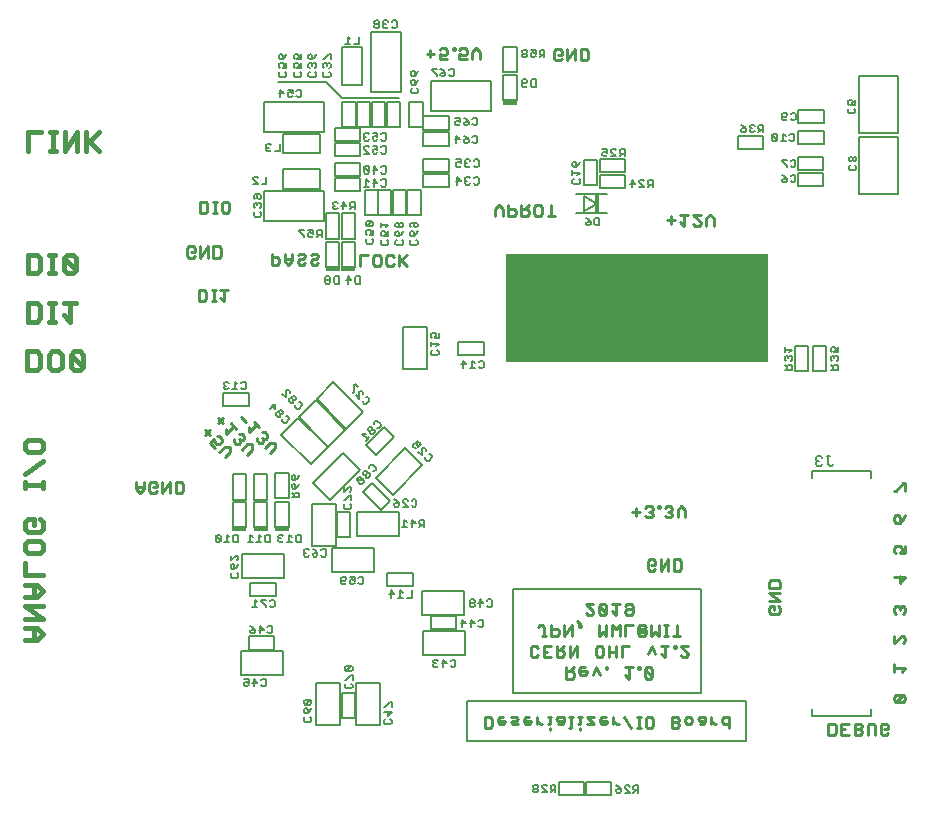
<source format=gbo>
G75*
%MOIN*%
%OFA0B0*%
%FSLAX25Y25*%
%IPPOS*%
%LPD*%
%AMOC8*
5,1,8,0,0,1.08239X$1,22.5*
%
%ADD10C,0.01000*%
%ADD11C,0.00600*%
%ADD12C,0.00787*%
%ADD13C,0.01700*%
%ADD14R,0.87402X0.36220*%
%ADD15C,0.00500*%
%ADD16C,0.00700*%
%ADD17R,0.01250X0.06299*%
%ADD18R,0.04800X0.01400*%
D10*
X0203999Y0068728D02*
X0205862Y0068728D01*
X0206484Y0069350D01*
X0206484Y0071835D01*
X0205862Y0072456D01*
X0203999Y0072456D01*
X0203999Y0068728D01*
X0208349Y0070592D02*
X0208349Y0071835D01*
X0208970Y0072456D01*
X0210213Y0072456D01*
X0210834Y0071213D02*
X0208349Y0071213D01*
X0208349Y0070592D02*
X0208970Y0069971D01*
X0210213Y0069971D01*
X0210834Y0070592D01*
X0210834Y0071213D01*
X0212699Y0070592D02*
X0213320Y0069971D01*
X0215184Y0069971D01*
X0214563Y0071213D02*
X0213320Y0071213D01*
X0212699Y0070592D01*
X0212699Y0072456D02*
X0214563Y0072456D01*
X0215184Y0071835D01*
X0214563Y0071213D01*
X0217049Y0071213D02*
X0219534Y0071213D01*
X0219534Y0070592D01*
X0218913Y0069971D01*
X0217670Y0069971D01*
X0217049Y0070592D01*
X0217049Y0071835D01*
X0217670Y0072456D01*
X0218913Y0072456D01*
X0221399Y0072456D02*
X0221399Y0069971D01*
X0221399Y0071213D02*
X0222642Y0069971D01*
X0223263Y0069971D01*
X0225024Y0069971D02*
X0225646Y0069971D01*
X0225646Y0072456D01*
X0226267Y0072456D02*
X0225024Y0072456D01*
X0227925Y0071835D02*
X0228546Y0071213D01*
X0230410Y0071213D01*
X0230410Y0070592D02*
X0230410Y0072456D01*
X0228546Y0072456D01*
X0227925Y0071835D01*
X0228546Y0069971D02*
X0229788Y0069971D01*
X0230410Y0070592D01*
X0232275Y0068728D02*
X0232896Y0068728D01*
X0232896Y0072456D01*
X0232275Y0072456D02*
X0233517Y0072456D01*
X0235175Y0072456D02*
X0236417Y0072456D01*
X0235796Y0072456D02*
X0235796Y0069971D01*
X0235175Y0069971D01*
X0235796Y0068728D02*
X0235796Y0068107D01*
X0238075Y0069971D02*
X0240560Y0069971D01*
X0238075Y0072456D01*
X0240560Y0072456D01*
X0242425Y0071835D02*
X0242425Y0070592D01*
X0243046Y0069971D01*
X0244289Y0069971D01*
X0244910Y0070592D01*
X0244910Y0071213D01*
X0242425Y0071213D01*
X0242425Y0071835D02*
X0243046Y0072456D01*
X0244289Y0072456D01*
X0246775Y0072456D02*
X0246775Y0069971D01*
X0246775Y0071213D02*
X0248018Y0069971D01*
X0248639Y0069971D01*
X0250400Y0072456D02*
X0252885Y0068728D01*
X0254751Y0068728D02*
X0255993Y0068728D01*
X0255372Y0068728D02*
X0255372Y0072456D01*
X0254751Y0072456D02*
X0255993Y0072456D01*
X0257651Y0071835D02*
X0258272Y0072456D01*
X0259514Y0072456D01*
X0260136Y0071835D01*
X0260136Y0069350D01*
X0259514Y0068728D01*
X0258272Y0068728D01*
X0257651Y0069350D01*
X0257651Y0071835D01*
X0266351Y0072456D02*
X0266351Y0068728D01*
X0268215Y0068728D01*
X0268836Y0069350D01*
X0268836Y0069971D01*
X0268215Y0070592D01*
X0266351Y0070592D01*
X0268215Y0070592D02*
X0268836Y0071213D01*
X0268836Y0071835D01*
X0268215Y0072456D01*
X0266351Y0072456D01*
X0270701Y0071835D02*
X0271322Y0072456D01*
X0272565Y0072456D01*
X0273186Y0071835D01*
X0273186Y0070592D01*
X0272565Y0069971D01*
X0271322Y0069971D01*
X0270701Y0070592D01*
X0270701Y0071835D01*
X0275051Y0071835D02*
X0275673Y0071213D01*
X0277536Y0071213D01*
X0277536Y0070592D02*
X0277536Y0072456D01*
X0275673Y0072456D01*
X0275051Y0071835D01*
X0275673Y0069971D02*
X0276915Y0069971D01*
X0277536Y0070592D01*
X0279402Y0069971D02*
X0279402Y0072456D01*
X0279402Y0071213D02*
X0280644Y0069971D01*
X0281265Y0069971D01*
X0283027Y0070592D02*
X0283648Y0069971D01*
X0285512Y0069971D01*
X0285512Y0068728D02*
X0285512Y0072456D01*
X0283648Y0072456D01*
X0283027Y0071835D01*
X0283027Y0070592D01*
X0318577Y0070185D02*
X0318577Y0066457D01*
X0320441Y0066457D01*
X0321062Y0067079D01*
X0321062Y0069564D01*
X0320441Y0070185D01*
X0318577Y0070185D01*
X0322927Y0070185D02*
X0325413Y0070185D01*
X0327278Y0070185D02*
X0329141Y0070185D01*
X0329763Y0069564D01*
X0329763Y0068943D01*
X0329141Y0068321D01*
X0327278Y0068321D01*
X0329141Y0068321D02*
X0329763Y0067700D01*
X0329763Y0067079D01*
X0329141Y0066457D01*
X0327278Y0066457D01*
X0327278Y0070185D01*
X0324170Y0068321D02*
X0322927Y0068321D01*
X0322927Y0066457D02*
X0322927Y0070185D01*
X0322927Y0066457D02*
X0325413Y0066457D01*
X0331628Y0066457D02*
X0331628Y0069564D01*
X0332249Y0070185D01*
X0333492Y0070185D01*
X0334113Y0069564D01*
X0334113Y0066457D01*
X0335978Y0067079D02*
X0335978Y0069564D01*
X0336599Y0070185D01*
X0337842Y0070185D01*
X0338463Y0069564D01*
X0338463Y0068321D01*
X0337221Y0068321D01*
X0338463Y0067079D02*
X0337842Y0066457D01*
X0336599Y0066457D01*
X0335978Y0067079D01*
X0341098Y0077278D02*
X0343583Y0079763D01*
X0341098Y0079763D01*
X0340476Y0079141D01*
X0340476Y0077899D01*
X0341098Y0077278D01*
X0343583Y0077278D01*
X0344204Y0077899D01*
X0344204Y0079141D01*
X0343583Y0079763D01*
X0342961Y0087514D02*
X0344204Y0088756D01*
X0340476Y0088756D01*
X0340476Y0087514D02*
X0340476Y0089999D01*
X0340476Y0096963D02*
X0342961Y0099448D01*
X0343583Y0099448D01*
X0344204Y0098827D01*
X0344204Y0097584D01*
X0343583Y0096963D01*
X0340476Y0096963D02*
X0340476Y0099448D01*
X0341098Y0106805D02*
X0340476Y0107426D01*
X0340476Y0108669D01*
X0341098Y0109290D01*
X0341719Y0109290D01*
X0342340Y0108669D01*
X0342340Y0108048D01*
X0342340Y0108669D02*
X0342961Y0109290D01*
X0343583Y0109290D01*
X0344204Y0108669D01*
X0344204Y0107426D01*
X0343583Y0106805D01*
X0302472Y0107407D02*
X0301850Y0106786D01*
X0299365Y0106786D01*
X0298744Y0107407D01*
X0298744Y0108650D01*
X0299365Y0109271D01*
X0300608Y0109271D01*
X0300608Y0108028D01*
X0301850Y0109271D02*
X0302472Y0108650D01*
X0302472Y0107407D01*
X0302472Y0111136D02*
X0298744Y0113621D01*
X0302472Y0113621D01*
X0302472Y0115486D02*
X0302472Y0117350D01*
X0301850Y0117971D01*
X0299365Y0117971D01*
X0298744Y0117350D01*
X0298744Y0115486D01*
X0302472Y0115486D01*
X0302472Y0111136D02*
X0298744Y0111136D01*
X0269546Y0121803D02*
X0268925Y0121182D01*
X0267061Y0121182D01*
X0267061Y0124909D01*
X0268925Y0124909D01*
X0269546Y0124288D01*
X0269546Y0121803D01*
X0265196Y0121182D02*
X0265196Y0124909D01*
X0262711Y0121182D01*
X0262711Y0124909D01*
X0260846Y0124288D02*
X0260846Y0123046D01*
X0259603Y0123046D01*
X0258361Y0124288D02*
X0258982Y0124909D01*
X0260224Y0124909D01*
X0260846Y0124288D01*
X0260846Y0121803D02*
X0260224Y0121182D01*
X0258982Y0121182D01*
X0258361Y0121803D01*
X0258361Y0124288D01*
X0258101Y0138898D02*
X0259343Y0138898D01*
X0259965Y0139520D01*
X0259965Y0140141D01*
X0259343Y0140762D01*
X0259965Y0141383D01*
X0259965Y0142005D01*
X0259343Y0142626D01*
X0258101Y0142626D01*
X0257480Y0142005D01*
X0258722Y0140762D02*
X0259343Y0140762D01*
X0257480Y0139520D02*
X0258101Y0138898D01*
X0255614Y0140762D02*
X0253129Y0140762D01*
X0254372Y0139520D02*
X0254372Y0142005D01*
X0261830Y0142005D02*
X0262451Y0142005D01*
X0262451Y0142626D01*
X0261830Y0142626D01*
X0261830Y0142005D01*
X0264005Y0142005D02*
X0264626Y0142626D01*
X0265869Y0142626D01*
X0266490Y0142005D01*
X0266490Y0141383D01*
X0265869Y0140762D01*
X0265247Y0140762D01*
X0265869Y0140762D02*
X0266490Y0140141D01*
X0266490Y0139520D01*
X0265869Y0138898D01*
X0264626Y0138898D01*
X0264005Y0139520D01*
X0268355Y0138898D02*
X0268355Y0141383D01*
X0269598Y0142626D01*
X0270840Y0141383D01*
X0270840Y0138898D01*
X0340476Y0138984D02*
X0341098Y0139605D01*
X0341719Y0139605D01*
X0342340Y0138984D01*
X0342340Y0137120D01*
X0341098Y0137120D01*
X0340476Y0137741D01*
X0340476Y0138984D01*
X0342340Y0137120D02*
X0343583Y0138363D01*
X0344204Y0139605D01*
X0344204Y0147750D02*
X0344204Y0150235D01*
X0343583Y0150235D01*
X0341098Y0147750D01*
X0340476Y0147750D01*
X0341098Y0129369D02*
X0340476Y0128748D01*
X0340476Y0127505D01*
X0341098Y0126884D01*
X0342340Y0126884D02*
X0342961Y0128126D01*
X0342961Y0128748D01*
X0342340Y0129369D01*
X0341098Y0129369D01*
X0342340Y0126884D02*
X0344204Y0126884D01*
X0344204Y0129369D01*
X0342340Y0119527D02*
X0342340Y0117041D01*
X0344204Y0118905D01*
X0340476Y0118905D01*
X0269261Y0099354D02*
X0266776Y0099354D01*
X0268019Y0099354D02*
X0268019Y0103082D01*
X0265118Y0103082D02*
X0263876Y0103082D01*
X0264497Y0103082D02*
X0264497Y0099354D01*
X0263876Y0099354D02*
X0265118Y0099354D01*
X0262011Y0099354D02*
X0262011Y0103082D01*
X0259526Y0103082D02*
X0259526Y0099354D01*
X0260768Y0100597D01*
X0262011Y0099354D01*
X0262788Y0095995D02*
X0265273Y0095995D01*
X0264031Y0095995D02*
X0264031Y0092268D01*
X0262788Y0093510D01*
X0260923Y0093510D02*
X0259681Y0095995D01*
X0258438Y0093510D01*
X0257972Y0088909D02*
X0257351Y0088287D01*
X0259836Y0085802D01*
X0259836Y0088287D01*
X0259214Y0088909D01*
X0257972Y0088909D01*
X0257351Y0088287D02*
X0257351Y0085802D01*
X0257972Y0085181D01*
X0259214Y0085181D01*
X0259836Y0085802D01*
X0255797Y0088287D02*
X0255797Y0088909D01*
X0255176Y0088909D01*
X0255176Y0088287D01*
X0255797Y0088287D01*
X0253310Y0088909D02*
X0250825Y0088909D01*
X0252068Y0088909D02*
X0252068Y0085181D01*
X0250825Y0086424D01*
X0249738Y0092268D02*
X0249738Y0095995D01*
X0252223Y0095995D01*
X0250825Y0099354D02*
X0250825Y0103082D01*
X0253310Y0103082D01*
X0255176Y0102461D02*
X0255176Y0099976D01*
X0255797Y0099354D01*
X0257039Y0099354D01*
X0257661Y0099976D01*
X0257661Y0101218D01*
X0257039Y0101839D01*
X0257039Y0100597D01*
X0255797Y0100597D01*
X0255797Y0101839D01*
X0257039Y0101839D01*
X0257661Y0102461D02*
X0257039Y0103082D01*
X0255797Y0103082D01*
X0255176Y0102461D01*
X0252689Y0106441D02*
X0251447Y0106441D01*
X0250825Y0107062D01*
X0250825Y0107683D01*
X0251447Y0108305D01*
X0253310Y0108305D01*
X0253310Y0109547D02*
X0253310Y0107062D01*
X0252689Y0106441D01*
X0253310Y0109547D02*
X0252689Y0110168D01*
X0251447Y0110168D01*
X0250825Y0109547D01*
X0248960Y0110168D02*
X0246475Y0110168D01*
X0247718Y0110168D02*
X0247718Y0106441D01*
X0246475Y0107683D01*
X0244610Y0107062D02*
X0242125Y0109547D01*
X0242746Y0110168D01*
X0243989Y0110168D01*
X0244610Y0109547D01*
X0244610Y0107062D01*
X0243989Y0106441D01*
X0242746Y0106441D01*
X0242125Y0107062D01*
X0242125Y0109547D01*
X0240260Y0110168D02*
X0237775Y0110168D01*
X0240260Y0107683D01*
X0240260Y0107062D01*
X0239639Y0106441D01*
X0238396Y0106441D01*
X0237775Y0107062D01*
X0234875Y0104324D02*
X0236117Y0103082D01*
X0235496Y0103082D01*
X0235496Y0102461D01*
X0236117Y0102461D01*
X0236117Y0103082D01*
X0233010Y0103082D02*
X0233010Y0099354D01*
X0230525Y0099354D02*
X0233010Y0103082D01*
X0230525Y0103082D02*
X0230525Y0099354D01*
X0228659Y0099976D02*
X0228659Y0101218D01*
X0228038Y0101839D01*
X0226174Y0101839D01*
X0226174Y0103082D02*
X0226174Y0099354D01*
X0228038Y0099354D01*
X0228659Y0099976D01*
X0227987Y0095995D02*
X0227987Y0092268D01*
X0229851Y0092268D01*
X0230472Y0092889D01*
X0230472Y0094131D01*
X0229851Y0094753D01*
X0227987Y0094753D01*
X0229230Y0094753D02*
X0230472Y0095995D01*
X0232337Y0095995D02*
X0232337Y0092268D01*
X0234822Y0095995D01*
X0234822Y0092268D01*
X0233735Y0088909D02*
X0232492Y0087666D01*
X0233113Y0087666D02*
X0231250Y0087666D01*
X0231250Y0088909D02*
X0231250Y0085181D01*
X0233113Y0085181D01*
X0233735Y0085802D01*
X0233735Y0087045D01*
X0233113Y0087666D01*
X0235600Y0087666D02*
X0238085Y0087666D01*
X0238085Y0087045D01*
X0237464Y0086424D01*
X0236221Y0086424D01*
X0235600Y0087045D01*
X0235600Y0088287D01*
X0236221Y0088909D01*
X0237464Y0088909D01*
X0239950Y0086424D02*
X0241192Y0088909D01*
X0242435Y0086424D01*
X0244300Y0088287D02*
X0244921Y0088287D01*
X0244921Y0088909D01*
X0244300Y0088909D01*
X0244300Y0088287D01*
X0245388Y0092268D02*
X0245388Y0095995D01*
X0245388Y0094131D02*
X0247873Y0094131D01*
X0247873Y0092268D02*
X0247873Y0095995D01*
X0248960Y0099354D02*
X0248960Y0103082D01*
X0247718Y0101839D01*
X0246475Y0103082D01*
X0246475Y0099354D01*
X0244610Y0099354D02*
X0244610Y0103082D01*
X0242125Y0103082D02*
X0242125Y0099354D01*
X0243368Y0100597D01*
X0244610Y0099354D01*
X0242901Y0095995D02*
X0241659Y0095995D01*
X0241038Y0095374D01*
X0241038Y0092889D01*
X0241659Y0092268D01*
X0242901Y0092268D01*
X0243523Y0092889D01*
X0243523Y0095374D01*
X0242901Y0095995D01*
X0226122Y0095995D02*
X0223637Y0095995D01*
X0223637Y0092268D01*
X0226122Y0092268D01*
X0224879Y0094131D02*
X0223637Y0094131D01*
X0221772Y0092889D02*
X0221150Y0092268D01*
X0219908Y0092268D01*
X0219287Y0092889D01*
X0219287Y0095374D01*
X0219908Y0095995D01*
X0221150Y0095995D01*
X0221772Y0095374D01*
X0223067Y0099354D02*
X0224309Y0099354D01*
X0223688Y0099354D02*
X0223688Y0102461D01*
X0223067Y0103082D01*
X0222446Y0103082D01*
X0221824Y0102461D01*
X0267139Y0095995D02*
X0267760Y0095995D01*
X0267760Y0095374D01*
X0267139Y0095374D01*
X0267139Y0095995D01*
X0269314Y0095995D02*
X0271799Y0093510D01*
X0271799Y0092889D01*
X0271177Y0092268D01*
X0269935Y0092268D01*
X0269314Y0092889D01*
X0269314Y0095995D02*
X0271799Y0095995D01*
X0225646Y0068728D02*
X0225646Y0068107D01*
X0103437Y0147694D02*
X0102816Y0147073D01*
X0100952Y0147073D01*
X0100952Y0150800D01*
X0102816Y0150800D01*
X0103437Y0150179D01*
X0103437Y0147694D01*
X0099087Y0147073D02*
X0099087Y0150800D01*
X0096602Y0147073D01*
X0096602Y0150800D01*
X0094736Y0150179D02*
X0094736Y0148937D01*
X0093494Y0148937D01*
X0094736Y0150179D02*
X0094115Y0150800D01*
X0092873Y0150800D01*
X0092251Y0150179D01*
X0092251Y0147694D01*
X0092873Y0147073D01*
X0094115Y0147073D01*
X0094736Y0147694D01*
X0090386Y0148315D02*
X0090386Y0150800D01*
X0090386Y0148937D02*
X0087901Y0148937D01*
X0087901Y0148315D02*
X0089144Y0147073D01*
X0090386Y0148315D01*
X0087901Y0148315D02*
X0087901Y0150800D01*
X0115572Y0160688D02*
X0117329Y0162445D01*
X0119086Y0162445D01*
X0119086Y0160688D01*
X0117329Y0158931D01*
X0114253Y0162007D02*
X0112496Y0163764D01*
X0113814Y0165082D01*
X0114253Y0163764D01*
X0114692Y0163325D01*
X0115571Y0163325D01*
X0116449Y0164203D01*
X0116449Y0165082D01*
X0115571Y0165961D01*
X0114692Y0165961D01*
X0112495Y0166401D02*
X0110738Y0168158D01*
X0110738Y0166401D02*
X0112495Y0168158D01*
X0115105Y0170301D02*
X0116862Y0172058D01*
X0115105Y0172058D02*
X0116862Y0170301D01*
X0117742Y0168543D02*
X0117742Y0166786D01*
X0120378Y0169422D01*
X0119499Y0170300D02*
X0121256Y0168543D01*
X0122136Y0166785D02*
X0123014Y0166785D01*
X0123893Y0165906D01*
X0123893Y0165028D01*
X0123454Y0164588D01*
X0122575Y0164588D01*
X0122136Y0165028D01*
X0122575Y0164588D02*
X0122575Y0163710D01*
X0122136Y0163270D01*
X0121257Y0163270D01*
X0120379Y0164149D01*
X0120379Y0165028D01*
X0123015Y0161512D02*
X0124773Y0163270D01*
X0126530Y0163270D01*
X0126530Y0161512D01*
X0124773Y0159755D01*
X0128912Y0163758D02*
X0129790Y0163758D01*
X0130229Y0164197D01*
X0130229Y0165075D01*
X0131108Y0165075D01*
X0131547Y0165515D01*
X0131547Y0166393D01*
X0130669Y0167272D01*
X0129790Y0167272D01*
X0129790Y0165515D02*
X0130229Y0165075D01*
X0128912Y0163758D02*
X0128033Y0164636D01*
X0128033Y0165515D01*
X0125396Y0167273D02*
X0128032Y0169909D01*
X0127153Y0170787D02*
X0128911Y0169030D01*
X0125396Y0169030D02*
X0125396Y0167273D01*
X0124517Y0170788D02*
X0122759Y0172545D01*
X0132427Y0163757D02*
X0134184Y0163757D01*
X0134184Y0161999D01*
X0132427Y0160242D01*
X0130670Y0161999D02*
X0132427Y0163757D01*
X0117185Y0210946D02*
X0117185Y0214673D01*
X0118427Y0214673D02*
X0115942Y0214673D01*
X0114285Y0214673D02*
X0113042Y0214673D01*
X0113663Y0214673D02*
X0113663Y0210946D01*
X0113042Y0210946D02*
X0114285Y0210946D01*
X0115942Y0212188D02*
X0117185Y0210946D01*
X0111177Y0211567D02*
X0110556Y0210946D01*
X0108692Y0210946D01*
X0108692Y0214673D01*
X0110556Y0214673D01*
X0111177Y0214052D01*
X0111177Y0211567D01*
X0132957Y0223150D02*
X0134821Y0223150D01*
X0135442Y0223772D01*
X0135442Y0225014D01*
X0134821Y0225635D01*
X0132957Y0225635D01*
X0132957Y0226878D02*
X0132957Y0223150D01*
X0137307Y0224393D02*
X0138550Y0223150D01*
X0139792Y0224393D01*
X0139792Y0226878D01*
X0139792Y0225014D02*
X0137307Y0225014D01*
X0137307Y0224393D02*
X0137307Y0226878D01*
X0141657Y0226257D02*
X0142279Y0226878D01*
X0143521Y0226878D01*
X0144143Y0226257D01*
X0144143Y0225635D01*
X0143521Y0225014D01*
X0142279Y0225014D01*
X0141657Y0224393D01*
X0141657Y0223772D01*
X0142279Y0223150D01*
X0143521Y0223150D01*
X0144143Y0223772D01*
X0146008Y0223772D02*
X0146008Y0224393D01*
X0146629Y0225014D01*
X0147871Y0225014D01*
X0148493Y0225635D01*
X0148493Y0226257D01*
X0147871Y0226878D01*
X0146629Y0226878D01*
X0146008Y0226257D01*
X0146008Y0223772D02*
X0146629Y0223150D01*
X0147871Y0223150D01*
X0148493Y0223772D01*
X0162485Y0222757D02*
X0162485Y0226484D01*
X0164970Y0226484D01*
X0166835Y0225863D02*
X0167456Y0226484D01*
X0168699Y0226484D01*
X0169320Y0225863D01*
X0169320Y0223378D01*
X0168699Y0222757D01*
X0167456Y0222757D01*
X0166835Y0223378D01*
X0166835Y0225863D01*
X0171185Y0225863D02*
X0171185Y0223378D01*
X0171806Y0222757D01*
X0173049Y0222757D01*
X0173670Y0223378D01*
X0175535Y0222757D02*
X0175535Y0226484D01*
X0175535Y0225242D02*
X0178020Y0222757D01*
X0176156Y0224620D02*
X0178020Y0226484D01*
X0173670Y0225863D02*
X0173049Y0226484D01*
X0171806Y0226484D01*
X0171185Y0225863D01*
X0207554Y0239292D02*
X0207554Y0241777D01*
X0208796Y0243020D01*
X0210039Y0241777D01*
X0210039Y0239292D01*
X0211904Y0239292D02*
X0213768Y0239292D01*
X0214389Y0239913D01*
X0214389Y0241156D01*
X0213768Y0241777D01*
X0211904Y0241777D01*
X0211904Y0243020D02*
X0211904Y0239292D01*
X0216254Y0239292D02*
X0218118Y0239292D01*
X0218739Y0239913D01*
X0218739Y0241156D01*
X0218118Y0241777D01*
X0216254Y0241777D01*
X0217497Y0241777D02*
X0218739Y0243020D01*
X0220604Y0242398D02*
X0221225Y0243020D01*
X0222468Y0243020D01*
X0223089Y0242398D01*
X0223089Y0239913D01*
X0222468Y0239292D01*
X0221225Y0239292D01*
X0220604Y0239913D01*
X0220604Y0242398D01*
X0216254Y0243020D02*
X0216254Y0239292D01*
X0224954Y0239292D02*
X0227439Y0239292D01*
X0226197Y0239292D02*
X0226197Y0243020D01*
X0264847Y0238006D02*
X0267332Y0238006D01*
X0266089Y0236764D02*
X0266089Y0239249D01*
X0269197Y0239870D02*
X0271682Y0239870D01*
X0270440Y0239870D02*
X0270440Y0236142D01*
X0269197Y0237385D01*
X0273547Y0236764D02*
X0274169Y0236142D01*
X0275411Y0236142D01*
X0276032Y0236764D01*
X0276032Y0237385D01*
X0273547Y0239870D01*
X0276032Y0239870D01*
X0277897Y0238628D02*
X0279140Y0239870D01*
X0280382Y0238628D01*
X0280382Y0236142D01*
X0277897Y0236142D02*
X0277897Y0238628D01*
X0118821Y0241094D02*
X0118200Y0240473D01*
X0116957Y0240473D01*
X0116336Y0241094D01*
X0116336Y0243580D01*
X0116957Y0244201D01*
X0118200Y0244201D01*
X0118821Y0243580D01*
X0118821Y0241094D01*
X0114678Y0240473D02*
X0113436Y0240473D01*
X0114057Y0240473D02*
X0114057Y0244201D01*
X0113436Y0244201D02*
X0114678Y0244201D01*
X0111571Y0243580D02*
X0111571Y0241094D01*
X0110949Y0240473D01*
X0109086Y0240473D01*
X0109086Y0244201D01*
X0110949Y0244201D01*
X0111571Y0243580D01*
X0111652Y0229240D02*
X0111652Y0225513D01*
X0113518Y0225513D02*
X0113518Y0229240D01*
X0115381Y0229240D01*
X0116003Y0228619D01*
X0116003Y0226134D01*
X0115381Y0225513D01*
X0113518Y0225513D01*
X0111652Y0229240D02*
X0109167Y0225513D01*
X0109167Y0229240D01*
X0107302Y0228619D02*
X0106681Y0229240D01*
X0105439Y0229240D01*
X0104817Y0228619D01*
X0104817Y0226134D01*
X0105439Y0225513D01*
X0106681Y0225513D01*
X0107302Y0226134D01*
X0107302Y0227376D02*
X0106060Y0227376D01*
X0107302Y0227376D02*
X0107302Y0228619D01*
X0188976Y0291654D02*
X0188976Y0293518D01*
X0190218Y0292897D01*
X0190839Y0292897D01*
X0191461Y0293518D01*
X0191461Y0294761D01*
X0190839Y0295382D01*
X0189597Y0295382D01*
X0188976Y0294761D01*
X0187111Y0293518D02*
X0184626Y0293518D01*
X0185868Y0292276D02*
X0185868Y0294761D01*
X0188976Y0291654D02*
X0191461Y0291654D01*
X0193326Y0294761D02*
X0193947Y0294761D01*
X0193947Y0295382D01*
X0193326Y0295382D01*
X0193326Y0294761D01*
X0195501Y0294761D02*
X0196122Y0295382D01*
X0197365Y0295382D01*
X0197986Y0294761D01*
X0197986Y0293518D01*
X0197365Y0292897D01*
X0196743Y0292897D01*
X0195501Y0293518D01*
X0195501Y0291654D01*
X0197986Y0291654D01*
X0199851Y0291654D02*
X0199851Y0294139D01*
X0201094Y0295382D01*
X0202336Y0294139D01*
X0202336Y0291654D01*
X0227258Y0291882D02*
X0227879Y0291261D01*
X0229122Y0291261D01*
X0229743Y0291882D01*
X0229743Y0293124D02*
X0228501Y0293124D01*
X0229743Y0293124D02*
X0229743Y0294367D01*
X0229122Y0294988D01*
X0227879Y0294988D01*
X0227258Y0294367D01*
X0227258Y0291882D01*
X0231608Y0291261D02*
X0234093Y0294988D01*
X0234093Y0291261D01*
X0235959Y0291261D02*
X0237822Y0291261D01*
X0238444Y0291882D01*
X0238444Y0294367D01*
X0237822Y0294988D01*
X0235959Y0294988D01*
X0235959Y0291261D01*
X0231608Y0291261D02*
X0231608Y0294988D01*
D11*
X0175409Y0278559D02*
X0156512Y0278559D01*
X0151000Y0284071D01*
X0135252Y0284071D01*
X0234465Y0246669D02*
X0244701Y0246669D01*
X0241389Y0243520D02*
X0237245Y0241019D01*
X0237245Y0246020D01*
X0241389Y0243520D01*
X0244701Y0240370D02*
X0234465Y0240370D01*
D12*
X0213598Y0115173D02*
X0276197Y0115173D01*
X0276197Y0080528D01*
X0213598Y0080528D01*
X0213598Y0115173D01*
X0198244Y0077772D02*
X0291157Y0077772D01*
X0291157Y0064386D01*
X0198244Y0064386D01*
X0198244Y0077772D01*
D13*
X0056848Y0099969D02*
X0054788Y0102029D01*
X0050669Y0102029D01*
X0053759Y0102029D02*
X0053759Y0097909D01*
X0054788Y0097909D02*
X0056848Y0099969D01*
X0054788Y0097909D02*
X0050669Y0097909D01*
X0050669Y0105160D02*
X0056848Y0105160D01*
X0050669Y0109279D01*
X0056848Y0109279D01*
X0054788Y0112410D02*
X0056848Y0114470D01*
X0054788Y0116529D01*
X0050669Y0116529D01*
X0053759Y0116529D02*
X0053759Y0112410D01*
X0054788Y0112410D02*
X0050669Y0112410D01*
X0050669Y0119660D02*
X0050669Y0123780D01*
X0051699Y0126910D02*
X0050669Y0127940D01*
X0050669Y0130000D01*
X0051699Y0131030D01*
X0055818Y0131030D01*
X0056848Y0130000D01*
X0056848Y0127940D01*
X0055818Y0126910D01*
X0051699Y0126910D01*
X0051699Y0134161D02*
X0050669Y0135191D01*
X0050669Y0137250D01*
X0051699Y0138280D01*
X0053759Y0138280D01*
X0053759Y0136220D01*
X0055818Y0134161D02*
X0051699Y0134161D01*
X0055818Y0134161D02*
X0056848Y0135191D01*
X0056848Y0137250D01*
X0055818Y0138280D01*
X0056848Y0148661D02*
X0056848Y0150721D01*
X0056848Y0149691D02*
X0050669Y0149691D01*
X0050669Y0148661D02*
X0050669Y0150721D01*
X0050669Y0153495D02*
X0056848Y0157614D01*
X0055818Y0160745D02*
X0056848Y0161775D01*
X0056848Y0163835D01*
X0055818Y0164865D01*
X0051699Y0164865D01*
X0050669Y0163835D01*
X0050669Y0161775D01*
X0051699Y0160745D01*
X0055818Y0160745D01*
X0054694Y0188065D02*
X0051604Y0188065D01*
X0051604Y0194244D01*
X0054694Y0194244D01*
X0055724Y0193215D01*
X0055724Y0189095D01*
X0054694Y0188065D01*
X0058855Y0189095D02*
X0058855Y0193215D01*
X0059885Y0194244D01*
X0061944Y0194244D01*
X0062974Y0193215D01*
X0062974Y0189095D01*
X0061944Y0188065D01*
X0059885Y0188065D01*
X0058855Y0189095D01*
X0066105Y0189095D02*
X0067135Y0188065D01*
X0069195Y0188065D01*
X0070225Y0189095D01*
X0066105Y0193215D01*
X0067135Y0194244D01*
X0069195Y0194244D01*
X0070225Y0193215D01*
X0070225Y0189095D01*
X0066105Y0189095D02*
X0066105Y0193215D01*
X0065775Y0204207D02*
X0065775Y0210386D01*
X0063716Y0210386D02*
X0067835Y0210386D01*
X0063716Y0206267D02*
X0065775Y0204207D01*
X0060942Y0204207D02*
X0058882Y0204207D01*
X0059912Y0204207D02*
X0059912Y0210386D01*
X0058882Y0210386D02*
X0060942Y0210386D01*
X0055751Y0209356D02*
X0055751Y0205237D01*
X0054721Y0204207D01*
X0051632Y0204207D01*
X0051632Y0210386D01*
X0054721Y0210386D01*
X0055751Y0209356D01*
X0054721Y0220349D02*
X0051632Y0220349D01*
X0051632Y0226528D01*
X0054721Y0226528D01*
X0055751Y0225498D01*
X0055751Y0221379D01*
X0054721Y0220349D01*
X0058882Y0220349D02*
X0060942Y0220349D01*
X0059912Y0220349D02*
X0059912Y0226528D01*
X0058882Y0226528D02*
X0060942Y0226528D01*
X0063716Y0225498D02*
X0067835Y0221379D01*
X0067835Y0225498D01*
X0066805Y0226528D01*
X0064745Y0226528D01*
X0063716Y0225498D01*
X0063716Y0221379D01*
X0064745Y0220349D01*
X0066805Y0220349D01*
X0067835Y0221379D01*
X0068072Y0261109D02*
X0068072Y0267288D01*
X0063953Y0261109D01*
X0063953Y0267288D01*
X0061179Y0267288D02*
X0059119Y0267288D01*
X0060149Y0267288D02*
X0060149Y0261109D01*
X0059119Y0261109D02*
X0061179Y0261109D01*
X0055988Y0267288D02*
X0051869Y0267288D01*
X0051869Y0261109D01*
X0071203Y0261109D02*
X0071203Y0267288D01*
X0071203Y0265228D02*
X0075322Y0261109D01*
X0072233Y0264198D02*
X0075322Y0267288D01*
X0056848Y0119660D02*
X0050669Y0119660D01*
D14*
X0254937Y0208874D03*
D15*
X0203625Y0197294D02*
X0203625Y0192894D01*
X0195225Y0192894D01*
X0195225Y0197294D01*
X0203625Y0197294D01*
X0184921Y0202488D02*
X0184921Y0188488D01*
X0176921Y0188488D01*
X0176921Y0202488D01*
X0184921Y0202488D01*
X0160680Y0222391D02*
X0160680Y0230791D01*
X0156280Y0230791D01*
X0156280Y0222391D01*
X0160680Y0222391D01*
X0155562Y0222391D02*
X0155562Y0230791D01*
X0151162Y0230791D01*
X0151162Y0222391D01*
X0155562Y0222391D01*
X0155562Y0231839D02*
X0151162Y0231839D01*
X0151162Y0240239D01*
X0155562Y0240239D01*
X0155562Y0231839D01*
X0156280Y0231839D02*
X0160680Y0231839D01*
X0160680Y0240239D01*
X0156280Y0240239D01*
X0156280Y0231839D01*
X0150560Y0237826D02*
X0130560Y0237826D01*
X0130560Y0247826D01*
X0150560Y0247826D01*
X0150560Y0237826D01*
X0163950Y0239610D02*
X0168350Y0239610D01*
X0168350Y0248010D01*
X0163950Y0248010D01*
X0163950Y0239610D01*
X0168380Y0239610D02*
X0172780Y0239610D01*
X0172780Y0248010D01*
X0168380Y0248010D01*
X0168380Y0239610D01*
X0173301Y0239610D02*
X0177701Y0239610D01*
X0177701Y0248010D01*
X0173301Y0248010D01*
X0173301Y0239610D01*
X0178222Y0239610D02*
X0182622Y0239610D01*
X0182622Y0248010D01*
X0178222Y0248010D01*
X0178222Y0239610D01*
X0183604Y0248992D02*
X0183604Y0253392D01*
X0192004Y0253392D01*
X0192004Y0248992D01*
X0183604Y0248992D01*
X0183604Y0253913D02*
X0183604Y0258313D01*
X0192004Y0258313D01*
X0192004Y0253913D01*
X0183604Y0253913D01*
X0162469Y0252639D02*
X0162469Y0257039D01*
X0154069Y0257039D01*
X0154069Y0252639D01*
X0162469Y0252639D01*
X0162469Y0252117D02*
X0162469Y0247717D01*
X0154069Y0247717D01*
X0154069Y0252117D01*
X0162469Y0252117D01*
X0162476Y0259326D02*
X0162476Y0263726D01*
X0154076Y0263726D01*
X0154076Y0259326D01*
X0162476Y0259326D01*
X0162476Y0264248D02*
X0162476Y0268648D01*
X0154076Y0268648D01*
X0154076Y0264248D01*
X0162476Y0264248D01*
X0161490Y0269137D02*
X0165890Y0269137D01*
X0165890Y0277537D01*
X0161490Y0277537D01*
X0161490Y0269137D01*
X0160968Y0269137D02*
X0156568Y0269137D01*
X0156568Y0277537D01*
X0160968Y0277537D01*
X0160968Y0269137D01*
X0166411Y0269137D02*
X0170811Y0269137D01*
X0170811Y0277537D01*
X0166411Y0277537D01*
X0166411Y0269137D01*
X0171332Y0269137D02*
X0175732Y0269137D01*
X0175732Y0277537D01*
X0171332Y0277537D01*
X0171332Y0269137D01*
X0178911Y0269137D02*
X0183311Y0269137D01*
X0183311Y0277537D01*
X0178911Y0277537D01*
X0178911Y0269137D01*
X0183604Y0268185D02*
X0183604Y0272585D01*
X0192004Y0272585D01*
X0192004Y0268185D01*
X0183604Y0268185D01*
X0183604Y0267270D02*
X0183604Y0262870D01*
X0192004Y0262870D01*
X0192004Y0267270D01*
X0183604Y0267270D01*
X0150560Y0267353D02*
X0150560Y0277353D01*
X0130560Y0277353D01*
X0130560Y0267353D01*
X0150560Y0267353D01*
X0149270Y0266745D02*
X0149270Y0260245D01*
X0136770Y0260245D01*
X0136770Y0266745D01*
X0149270Y0266745D01*
X0186037Y0274368D02*
X0206037Y0274368D01*
X0206037Y0284368D01*
X0186037Y0284368D01*
X0186037Y0274368D01*
X0175978Y0280864D02*
X0165978Y0280864D01*
X0165978Y0300864D01*
X0175978Y0300864D01*
X0175978Y0280864D01*
X0163010Y0283125D02*
X0163010Y0295625D01*
X0156510Y0295625D01*
X0156510Y0283125D01*
X0163010Y0283125D01*
X0210217Y0286302D02*
X0210217Y0277902D01*
X0214617Y0277902D01*
X0214617Y0286302D01*
X0210217Y0286302D01*
X0210217Y0287351D02*
X0214617Y0287351D01*
X0214617Y0295751D01*
X0210217Y0295751D01*
X0210217Y0287351D01*
X0288532Y0266192D02*
X0288532Y0261792D01*
X0296932Y0261792D01*
X0296932Y0266192D01*
X0288532Y0266192D01*
X0308611Y0267767D02*
X0308611Y0263367D01*
X0317011Y0263367D01*
X0317011Y0267767D01*
X0308611Y0267767D01*
X0308611Y0270454D02*
X0308611Y0274854D01*
X0317011Y0274854D01*
X0317011Y0270454D01*
X0308611Y0270454D01*
X0328752Y0267091D02*
X0341752Y0267091D01*
X0341752Y0286091D01*
X0328752Y0286091D01*
X0328752Y0267091D01*
X0328752Y0265618D02*
X0341752Y0265618D01*
X0341752Y0246618D01*
X0328752Y0246618D01*
X0328752Y0265618D01*
X0316880Y0258969D02*
X0308480Y0258969D01*
X0308480Y0254569D01*
X0316880Y0254569D01*
X0316880Y0258969D01*
X0316880Y0253850D02*
X0308480Y0253850D01*
X0308480Y0249450D01*
X0316880Y0249450D01*
X0316880Y0253850D01*
X0250869Y0253918D02*
X0250869Y0258318D01*
X0242469Y0258318D01*
X0242469Y0253918D01*
X0250869Y0253918D01*
X0250869Y0253200D02*
X0242469Y0253200D01*
X0242469Y0248800D01*
X0250869Y0248800D01*
X0250869Y0253200D01*
X0241389Y0249556D02*
X0241389Y0257956D01*
X0236989Y0257956D01*
X0236989Y0249556D01*
X0241389Y0249556D01*
X0149270Y0248434D02*
X0149270Y0254934D01*
X0136770Y0254934D01*
X0136770Y0248434D01*
X0149270Y0248434D01*
X0307461Y0196145D02*
X0307461Y0187745D01*
X0311861Y0187745D01*
X0311861Y0196145D01*
X0307461Y0196145D01*
X0313367Y0196145D02*
X0313367Y0187745D01*
X0317767Y0187745D01*
X0317767Y0196145D01*
X0313367Y0196145D01*
X0183188Y0156271D02*
X0177531Y0161928D01*
X0167631Y0152028D01*
X0173288Y0146371D01*
X0183188Y0156271D01*
X0173636Y0165800D02*
X0167696Y0159860D01*
X0164585Y0162972D01*
X0170524Y0168911D01*
X0173636Y0165800D01*
X0163503Y0174076D02*
X0157846Y0168419D01*
X0147946Y0178318D01*
X0153603Y0183975D01*
X0163503Y0174076D01*
X0157597Y0168170D02*
X0147698Y0178070D01*
X0142041Y0172413D01*
X0151940Y0162513D01*
X0157597Y0168170D01*
X0151692Y0162265D02*
X0141792Y0172164D01*
X0136135Y0166507D01*
X0146035Y0156608D01*
X0151692Y0162265D01*
X0156665Y0160353D02*
X0146765Y0150453D01*
X0152422Y0144797D01*
X0162321Y0154696D01*
X0156665Y0160353D01*
X0138633Y0153625D02*
X0134233Y0153625D01*
X0134233Y0145225D01*
X0138633Y0145225D01*
X0138633Y0153625D01*
X0131546Y0153231D02*
X0127146Y0153231D01*
X0127146Y0144831D01*
X0131546Y0144831D01*
X0131546Y0153231D01*
X0124460Y0153231D02*
X0120060Y0153231D01*
X0120060Y0144831D01*
X0124460Y0144831D01*
X0124460Y0153231D01*
X0124460Y0144176D02*
X0120060Y0144176D01*
X0120060Y0135776D01*
X0124460Y0135776D01*
X0124460Y0144176D01*
X0127146Y0144176D02*
X0131546Y0144176D01*
X0131546Y0135776D01*
X0127146Y0135776D01*
X0127146Y0144176D01*
X0134233Y0144176D02*
X0138633Y0144176D01*
X0138633Y0135776D01*
X0134233Y0135776D01*
X0134233Y0144176D01*
X0146606Y0143433D02*
X0154606Y0143433D01*
X0154606Y0129433D01*
X0146606Y0129433D01*
X0146606Y0143433D01*
X0154706Y0140633D02*
X0159106Y0140633D01*
X0159106Y0132233D01*
X0154706Y0132233D01*
X0154706Y0140633D01*
X0161323Y0140827D02*
X0161323Y0132827D01*
X0175323Y0132827D01*
X0175323Y0140827D01*
X0161323Y0140827D01*
X0163404Y0147296D02*
X0169343Y0141356D01*
X0172455Y0144468D01*
X0166515Y0150407D01*
X0163404Y0147296D01*
X0167055Y0128622D02*
X0167055Y0120622D01*
X0153055Y0120622D01*
X0153055Y0128622D01*
X0167055Y0128622D01*
X0137134Y0126654D02*
X0123134Y0126654D01*
X0123134Y0118654D01*
X0137134Y0118654D01*
X0137134Y0126654D01*
X0134334Y0116980D02*
X0125934Y0116980D01*
X0125934Y0112580D01*
X0134334Y0112580D01*
X0134334Y0116980D01*
X0171603Y0116123D02*
X0171603Y0120523D01*
X0180003Y0120523D01*
X0180003Y0116123D01*
X0171603Y0116123D01*
X0182976Y0114449D02*
X0182976Y0106449D01*
X0196976Y0106449D01*
X0196976Y0114449D01*
X0182976Y0114449D01*
X0186170Y0105956D02*
X0186170Y0101556D01*
X0194570Y0101556D01*
X0194570Y0105956D01*
X0186170Y0105956D01*
X0183370Y0101063D02*
X0183370Y0093063D01*
X0197370Y0093063D01*
X0197370Y0101063D01*
X0183370Y0101063D01*
X0136740Y0094370D02*
X0122740Y0094370D01*
X0122740Y0086370D01*
X0136740Y0086370D01*
X0136740Y0094370D01*
X0133940Y0094863D02*
X0133940Y0099263D01*
X0125540Y0099263D01*
X0125540Y0094863D01*
X0133940Y0094863D01*
X0147787Y0083591D02*
X0147787Y0069591D01*
X0155787Y0069591D01*
X0155787Y0083591D01*
X0147787Y0083591D01*
X0156280Y0080397D02*
X0156280Y0071997D01*
X0160680Y0071997D01*
X0160680Y0080397D01*
X0156280Y0080397D01*
X0161173Y0083591D02*
X0161173Y0069591D01*
X0169173Y0069591D01*
X0169173Y0083591D01*
X0161173Y0083591D01*
X0228690Y0050838D02*
X0228690Y0046438D01*
X0237090Y0046438D01*
X0237090Y0050838D01*
X0228690Y0050838D01*
X0237745Y0050838D02*
X0237745Y0046438D01*
X0246145Y0046438D01*
X0246145Y0050838D01*
X0237745Y0050838D01*
X0313205Y0072654D02*
X0313205Y0075016D01*
X0313205Y0072654D02*
X0332890Y0072654D01*
X0332890Y0075016D01*
X0332890Y0152181D02*
X0332890Y0154543D01*
X0313205Y0154543D01*
X0313205Y0152181D01*
X0125279Y0175965D02*
X0125279Y0180365D01*
X0116879Y0180365D01*
X0116879Y0175965D01*
X0125279Y0175965D01*
D16*
X0220156Y0047672D02*
X0220565Y0047263D01*
X0221382Y0047263D01*
X0221791Y0047672D01*
X0221791Y0048081D01*
X0221382Y0048489D01*
X0220565Y0048489D01*
X0220156Y0048081D01*
X0220156Y0047672D01*
X0220565Y0048489D02*
X0220156Y0048898D01*
X0220156Y0049306D01*
X0220565Y0049715D01*
X0221382Y0049715D01*
X0221791Y0049306D01*
X0221791Y0048898D01*
X0221382Y0048489D01*
X0223056Y0048898D02*
X0223056Y0049306D01*
X0223465Y0049715D01*
X0224282Y0049715D01*
X0224691Y0049306D01*
X0225956Y0049306D02*
X0225956Y0048489D01*
X0226365Y0048081D01*
X0227591Y0048081D01*
X0226774Y0048081D02*
X0225956Y0047263D01*
X0224691Y0047263D02*
X0223056Y0048898D01*
X0223056Y0047263D02*
X0224691Y0047263D01*
X0225956Y0049306D02*
X0226365Y0049715D01*
X0227591Y0049715D01*
X0227591Y0047263D01*
X0247809Y0047578D02*
X0247809Y0047986D01*
X0248218Y0048395D01*
X0249444Y0048395D01*
X0249444Y0047578D01*
X0249035Y0047169D01*
X0248218Y0047169D01*
X0247809Y0047578D01*
X0248627Y0049212D02*
X0249444Y0048395D01*
X0248627Y0049212D02*
X0247809Y0049621D01*
X0250709Y0049212D02*
X0251118Y0049621D01*
X0251935Y0049621D01*
X0252344Y0049212D01*
X0253610Y0049212D02*
X0253610Y0048395D01*
X0254018Y0047986D01*
X0255244Y0047986D01*
X0255244Y0047169D02*
X0255244Y0049621D01*
X0254018Y0049621D01*
X0253610Y0049212D01*
X0254427Y0047986D02*
X0253610Y0047169D01*
X0252344Y0047169D02*
X0250709Y0048803D01*
X0250709Y0049212D01*
X0250709Y0047169D02*
X0252344Y0047169D01*
X0172975Y0070349D02*
X0172566Y0069941D01*
X0170932Y0069941D01*
X0170523Y0070349D01*
X0170523Y0071166D01*
X0170932Y0071575D01*
X0171749Y0072841D02*
X0171749Y0074475D01*
X0170523Y0074067D02*
X0172975Y0074067D01*
X0171749Y0072841D01*
X0172566Y0071575D02*
X0172975Y0071166D01*
X0172975Y0070349D01*
X0172975Y0075741D02*
X0172975Y0077375D01*
X0172566Y0077375D01*
X0170932Y0075741D01*
X0170523Y0075741D01*
X0159951Y0082298D02*
X0159543Y0081889D01*
X0157908Y0081889D01*
X0157500Y0082298D01*
X0157500Y0083115D01*
X0157908Y0083524D01*
X0157908Y0084789D02*
X0157500Y0084789D01*
X0157908Y0084789D02*
X0159543Y0086424D01*
X0159951Y0086424D01*
X0159951Y0084789D01*
X0159543Y0083524D02*
X0159951Y0083115D01*
X0159951Y0082298D01*
X0159543Y0087690D02*
X0159951Y0088098D01*
X0159951Y0088915D01*
X0159543Y0089324D01*
X0157908Y0087690D01*
X0157500Y0088098D01*
X0157500Y0088915D01*
X0157908Y0089324D01*
X0159543Y0089324D01*
X0159543Y0087690D02*
X0157908Y0087690D01*
X0131091Y0084614D02*
X0131091Y0082979D01*
X0130682Y0082570D01*
X0129865Y0082570D01*
X0129456Y0082979D01*
X0128190Y0083796D02*
X0126556Y0083796D01*
X0125290Y0083796D02*
X0124473Y0084205D01*
X0124064Y0084205D01*
X0123656Y0083796D01*
X0123656Y0082979D01*
X0124064Y0082570D01*
X0124882Y0082570D01*
X0125290Y0082979D01*
X0125290Y0083796D02*
X0125290Y0085022D01*
X0123656Y0085022D01*
X0126965Y0085022D02*
X0128190Y0083796D01*
X0129456Y0084614D02*
X0129865Y0085022D01*
X0130682Y0085022D01*
X0131091Y0084614D01*
X0126965Y0085022D02*
X0126965Y0082570D01*
X0143752Y0077754D02*
X0143752Y0076937D01*
X0144160Y0076528D01*
X0145795Y0078163D01*
X0144160Y0078163D01*
X0143752Y0077754D01*
X0144160Y0076528D02*
X0145795Y0076528D01*
X0146203Y0076937D01*
X0146203Y0077754D01*
X0145795Y0078163D01*
X0146203Y0075263D02*
X0145795Y0074445D01*
X0144977Y0073628D01*
X0144977Y0074854D01*
X0144569Y0075263D01*
X0144160Y0075263D01*
X0143752Y0074854D01*
X0143752Y0074037D01*
X0144160Y0073628D01*
X0144977Y0073628D01*
X0144160Y0072362D02*
X0143752Y0071954D01*
X0143752Y0071137D01*
X0144160Y0070728D01*
X0145795Y0070728D01*
X0146203Y0071137D01*
X0146203Y0071954D01*
X0145795Y0072362D01*
X0186829Y0089436D02*
X0187238Y0089027D01*
X0188055Y0089027D01*
X0188464Y0089436D01*
X0187647Y0090253D02*
X0187238Y0090253D01*
X0186829Y0089844D01*
X0186829Y0089436D01*
X0187238Y0090253D02*
X0186829Y0090662D01*
X0186829Y0091070D01*
X0187238Y0091479D01*
X0188055Y0091479D01*
X0188464Y0091070D01*
X0189730Y0090253D02*
X0191364Y0090253D01*
X0190138Y0091479D01*
X0190138Y0089027D01*
X0192630Y0089436D02*
X0193038Y0089027D01*
X0193856Y0089027D01*
X0194264Y0089436D01*
X0194264Y0091070D01*
X0193856Y0091479D01*
X0193038Y0091479D01*
X0192630Y0091070D01*
X0196549Y0102381D02*
X0196549Y0104833D01*
X0197775Y0103607D01*
X0196141Y0103607D01*
X0199041Y0103607D02*
X0200675Y0103607D01*
X0199449Y0104833D01*
X0199449Y0102381D01*
X0201941Y0102790D02*
X0202349Y0102381D01*
X0203167Y0102381D01*
X0203575Y0102790D01*
X0203575Y0104425D01*
X0203167Y0104833D01*
X0202349Y0104833D01*
X0201941Y0104425D01*
X0202343Y0109106D02*
X0202343Y0111558D01*
X0203569Y0110332D01*
X0201934Y0110332D01*
X0200669Y0110740D02*
X0200669Y0111149D01*
X0200260Y0111558D01*
X0199443Y0111558D01*
X0199034Y0111149D01*
X0199034Y0110740D01*
X0199443Y0110332D01*
X0200260Y0110332D01*
X0200669Y0110740D01*
X0200260Y0110332D02*
X0200669Y0109923D01*
X0200669Y0109515D01*
X0200260Y0109106D01*
X0199443Y0109106D01*
X0199034Y0109515D01*
X0199034Y0109923D01*
X0199443Y0110332D01*
X0204834Y0111149D02*
X0205243Y0111558D01*
X0206060Y0111558D01*
X0206469Y0111149D01*
X0206469Y0109515D01*
X0206060Y0109106D01*
X0205243Y0109106D01*
X0204834Y0109515D01*
X0179653Y0112130D02*
X0178019Y0112130D01*
X0176753Y0112130D02*
X0175119Y0112130D01*
X0175936Y0112130D02*
X0175936Y0114581D01*
X0176753Y0113764D01*
X0173853Y0113355D02*
X0172219Y0113355D01*
X0172627Y0112130D02*
X0172627Y0114581D01*
X0173853Y0113355D01*
X0179653Y0112130D02*
X0179653Y0114581D01*
X0163556Y0116995D02*
X0163147Y0116586D01*
X0162330Y0116586D01*
X0161921Y0116995D01*
X0160655Y0116995D02*
X0160247Y0116586D01*
X0159430Y0116586D01*
X0159021Y0116995D01*
X0159021Y0117812D01*
X0159430Y0118221D01*
X0159838Y0118221D01*
X0160655Y0117812D01*
X0160655Y0119038D01*
X0159021Y0119038D01*
X0157755Y0118629D02*
X0157755Y0118221D01*
X0157347Y0117812D01*
X0156121Y0117812D01*
X0156121Y0116995D02*
X0156121Y0118629D01*
X0156529Y0119038D01*
X0157347Y0119038D01*
X0157755Y0118629D01*
X0157755Y0116995D02*
X0157347Y0116586D01*
X0156529Y0116586D01*
X0156121Y0116995D01*
X0161921Y0118629D02*
X0162330Y0119038D01*
X0163147Y0119038D01*
X0163556Y0118629D01*
X0163556Y0116995D01*
X0151169Y0126286D02*
X0150761Y0125878D01*
X0149943Y0125878D01*
X0149535Y0126286D01*
X0148269Y0126286D02*
X0147861Y0125878D01*
X0147043Y0125878D01*
X0146635Y0126286D01*
X0146635Y0126695D01*
X0147043Y0127103D01*
X0148269Y0127103D01*
X0148269Y0126286D01*
X0148269Y0127103D02*
X0147452Y0127921D01*
X0146635Y0128329D01*
X0145369Y0127921D02*
X0144960Y0128329D01*
X0144143Y0128329D01*
X0143735Y0127921D01*
X0143735Y0127512D01*
X0144143Y0127103D01*
X0143735Y0126695D01*
X0143735Y0126286D01*
X0144143Y0125878D01*
X0144960Y0125878D01*
X0145369Y0126286D01*
X0144552Y0127103D02*
X0144143Y0127103D01*
X0142658Y0130759D02*
X0141432Y0130759D01*
X0141023Y0131168D01*
X0141023Y0132803D01*
X0141432Y0133211D01*
X0142658Y0133211D01*
X0142658Y0130759D01*
X0139758Y0130759D02*
X0138123Y0130759D01*
X0138941Y0130759D02*
X0138941Y0133211D01*
X0139758Y0132394D01*
X0136858Y0132803D02*
X0136449Y0133211D01*
X0135632Y0133211D01*
X0135223Y0132803D01*
X0135223Y0132394D01*
X0135632Y0131985D01*
X0135223Y0131577D01*
X0135223Y0131168D01*
X0135632Y0130759D01*
X0136449Y0130759D01*
X0136858Y0131168D01*
X0136040Y0131985D02*
X0135632Y0131985D01*
X0132422Y0130759D02*
X0131196Y0130759D01*
X0130787Y0131168D01*
X0130787Y0132803D01*
X0131196Y0133211D01*
X0132422Y0133211D01*
X0132422Y0130759D01*
X0129522Y0130759D02*
X0127887Y0130759D01*
X0128704Y0130759D02*
X0128704Y0133211D01*
X0129522Y0132394D01*
X0126621Y0132394D02*
X0125804Y0133211D01*
X0125804Y0130759D01*
X0126621Y0130759D02*
X0124987Y0130759D01*
X0121792Y0130759D02*
X0120566Y0130759D01*
X0120157Y0131168D01*
X0120157Y0132803D01*
X0120566Y0133211D01*
X0121792Y0133211D01*
X0121792Y0130759D01*
X0118892Y0130759D02*
X0117257Y0130759D01*
X0118074Y0130759D02*
X0118074Y0133211D01*
X0118892Y0132394D01*
X0115992Y0132803D02*
X0115583Y0133211D01*
X0114766Y0133211D01*
X0114357Y0132803D01*
X0115992Y0131168D01*
X0115583Y0130759D01*
X0114766Y0130759D01*
X0114357Y0131168D01*
X0114357Y0132803D01*
X0115992Y0132803D02*
X0115992Y0131168D01*
X0119342Y0126194D02*
X0119342Y0124560D01*
X0120977Y0126194D01*
X0121385Y0126194D01*
X0121794Y0125786D01*
X0121794Y0124968D01*
X0121385Y0124560D01*
X0121794Y0123294D02*
X0121385Y0122477D01*
X0120568Y0121660D01*
X0120568Y0122885D01*
X0120159Y0123294D01*
X0119751Y0123294D01*
X0119342Y0122885D01*
X0119342Y0122068D01*
X0119751Y0121660D01*
X0120568Y0121660D01*
X0121385Y0120394D02*
X0121794Y0119985D01*
X0121794Y0119168D01*
X0121385Y0118759D01*
X0119751Y0118759D01*
X0119342Y0119168D01*
X0119342Y0119985D01*
X0119751Y0120394D01*
X0127367Y0111432D02*
X0127367Y0108980D01*
X0128184Y0108980D02*
X0126550Y0108980D01*
X0128184Y0110614D02*
X0127367Y0111432D01*
X0129450Y0111432D02*
X0129450Y0111023D01*
X0131084Y0109389D01*
X0131084Y0108980D01*
X0132350Y0109389D02*
X0132758Y0108980D01*
X0133576Y0108980D01*
X0133984Y0109389D01*
X0133984Y0111023D01*
X0133576Y0111432D01*
X0132758Y0111432D01*
X0132350Y0111023D01*
X0131084Y0111432D02*
X0129450Y0111432D01*
X0129071Y0102770D02*
X0130297Y0101544D01*
X0128662Y0101544D01*
X0127397Y0101544D02*
X0126171Y0101544D01*
X0125762Y0101136D01*
X0125762Y0100727D01*
X0126171Y0100319D01*
X0126988Y0100319D01*
X0127397Y0100727D01*
X0127397Y0101544D01*
X0126579Y0102362D01*
X0125762Y0102770D01*
X0129071Y0102770D02*
X0129071Y0100319D01*
X0131562Y0100727D02*
X0131971Y0100319D01*
X0132788Y0100319D01*
X0133197Y0100727D01*
X0133197Y0102362D01*
X0132788Y0102770D01*
X0131971Y0102770D01*
X0131562Y0102362D01*
X0151169Y0126286D02*
X0151169Y0127921D01*
X0150761Y0128329D01*
X0149943Y0128329D01*
X0149535Y0127921D01*
X0176412Y0135720D02*
X0178046Y0135720D01*
X0177229Y0135720D02*
X0177229Y0138172D01*
X0178046Y0137355D01*
X0179312Y0136946D02*
X0180946Y0136946D01*
X0179720Y0138172D01*
X0179720Y0135720D01*
X0182212Y0135720D02*
X0183029Y0136537D01*
X0182621Y0136537D02*
X0183846Y0136537D01*
X0183846Y0135720D02*
X0183846Y0138172D01*
X0182621Y0138172D01*
X0182212Y0137763D01*
X0182212Y0136946D01*
X0182621Y0136537D01*
X0180869Y0142480D02*
X0180051Y0142480D01*
X0179643Y0142889D01*
X0180869Y0142480D02*
X0181277Y0142889D01*
X0181277Y0144523D01*
X0180869Y0144932D01*
X0180051Y0144932D01*
X0179643Y0144523D01*
X0178377Y0144523D02*
X0177968Y0144932D01*
X0177151Y0144932D01*
X0176743Y0144523D01*
X0176743Y0144115D01*
X0178377Y0142480D01*
X0176743Y0142480D01*
X0175477Y0142889D02*
X0175068Y0142480D01*
X0174251Y0142480D01*
X0173842Y0142889D01*
X0173842Y0143297D01*
X0174251Y0143706D01*
X0175477Y0143706D01*
X0175477Y0142889D01*
X0175477Y0143706D02*
X0174660Y0144523D01*
X0173842Y0144932D01*
X0165760Y0152761D02*
X0165182Y0152184D01*
X0164605Y0152184D01*
X0164316Y0152473D01*
X0164316Y0153050D01*
X0164894Y0153628D01*
X0164894Y0154206D01*
X0164605Y0154495D01*
X0164027Y0154495D01*
X0163449Y0153917D01*
X0163449Y0153339D01*
X0163738Y0153050D01*
X0164316Y0153050D01*
X0164894Y0153628D02*
X0165471Y0153628D01*
X0165760Y0153339D01*
X0165760Y0152761D01*
X0166655Y0154234D02*
X0167233Y0154234D01*
X0167811Y0154812D01*
X0167811Y0155390D01*
X0166655Y0156546D01*
X0166077Y0156546D01*
X0165500Y0155968D01*
X0165500Y0155390D01*
X0162554Y0152444D02*
X0161976Y0152444D01*
X0161398Y0151866D01*
X0161398Y0151289D01*
X0163710Y0151289D01*
X0163710Y0150711D01*
X0163132Y0150133D01*
X0162554Y0150133D01*
X0161398Y0151289D01*
X0162554Y0152444D02*
X0163710Y0151289D01*
X0159558Y0148758D02*
X0159558Y0147941D01*
X0159149Y0147532D01*
X0159149Y0146266D02*
X0157515Y0144632D01*
X0157106Y0144632D01*
X0157515Y0143366D02*
X0157106Y0142958D01*
X0157106Y0142141D01*
X0157515Y0141732D01*
X0159149Y0141732D01*
X0159558Y0142141D01*
X0159558Y0142958D01*
X0159149Y0143366D01*
X0159558Y0144632D02*
X0159558Y0146266D01*
X0159149Y0146266D01*
X0157106Y0147532D02*
X0158740Y0149167D01*
X0159149Y0149167D01*
X0159558Y0148758D01*
X0157106Y0149167D02*
X0157106Y0147532D01*
X0142140Y0146801D02*
X0141732Y0147209D01*
X0140914Y0147209D01*
X0140506Y0146801D01*
X0140506Y0145575D01*
X0140506Y0146392D02*
X0139689Y0147209D01*
X0140097Y0148475D02*
X0139689Y0148884D01*
X0139689Y0149701D01*
X0140097Y0150109D01*
X0140506Y0150109D01*
X0140914Y0149701D01*
X0140914Y0148475D01*
X0140097Y0148475D01*
X0140914Y0148475D02*
X0141732Y0149292D01*
X0142140Y0150109D01*
X0140914Y0151375D02*
X0140914Y0152601D01*
X0140506Y0153010D01*
X0140097Y0153010D01*
X0139689Y0152601D01*
X0139689Y0151784D01*
X0140097Y0151375D01*
X0140914Y0151375D01*
X0141732Y0152192D01*
X0142140Y0153010D01*
X0142140Y0146801D02*
X0142140Y0145575D01*
X0139689Y0145575D01*
X0181816Y0160729D02*
X0182972Y0159573D01*
X0182972Y0161884D01*
X0183261Y0162173D01*
X0183839Y0162173D01*
X0184416Y0161595D01*
X0184416Y0161017D01*
X0185311Y0160123D02*
X0185889Y0160123D01*
X0186467Y0159545D01*
X0186467Y0158967D01*
X0185311Y0157811D01*
X0184733Y0157811D01*
X0184156Y0158389D01*
X0184156Y0158967D01*
X0181210Y0161912D02*
X0180632Y0161912D01*
X0180054Y0162490D01*
X0180054Y0163068D01*
X0180632Y0163646D01*
X0181210Y0163646D01*
X0181499Y0163357D01*
X0181788Y0162490D01*
X0182655Y0163357D01*
X0181499Y0164513D01*
X0169387Y0169400D02*
X0168809Y0168822D01*
X0168231Y0168822D01*
X0167336Y0167927D02*
X0167047Y0168216D01*
X0166470Y0168216D01*
X0165892Y0167638D01*
X0165892Y0167061D01*
X0166181Y0166772D01*
X0166758Y0166772D01*
X0167336Y0167349D01*
X0167336Y0167927D01*
X0166470Y0168216D02*
X0166470Y0168794D01*
X0166181Y0169083D01*
X0165603Y0169083D01*
X0165025Y0168505D01*
X0165025Y0167927D01*
X0165314Y0167638D01*
X0165892Y0167638D01*
X0164419Y0166743D02*
X0163263Y0166743D01*
X0164997Y0165010D01*
X0165575Y0165588D02*
X0164419Y0164432D01*
X0167076Y0169978D02*
X0167076Y0170556D01*
X0167653Y0171134D01*
X0168231Y0171134D01*
X0169387Y0169978D01*
X0169387Y0169400D01*
X0164445Y0176709D02*
X0163867Y0176709D01*
X0163289Y0177287D01*
X0163289Y0177864D01*
X0162106Y0178470D02*
X0162106Y0180782D01*
X0162395Y0181071D01*
X0162972Y0181071D01*
X0163550Y0180493D01*
X0163550Y0179915D01*
X0164445Y0179020D02*
X0165023Y0179020D01*
X0165601Y0178442D01*
X0165601Y0177864D01*
X0164445Y0176709D01*
X0162106Y0178470D02*
X0160950Y0179626D01*
X0160055Y0180521D02*
X0160344Y0180810D01*
X0160344Y0183122D01*
X0160633Y0183410D01*
X0161789Y0182255D01*
X0143160Y0176867D02*
X0143160Y0176290D01*
X0142004Y0175134D01*
X0141426Y0175134D01*
X0140849Y0175712D01*
X0140849Y0176290D01*
X0139954Y0177185D02*
X0140242Y0177473D01*
X0140243Y0178051D01*
X0139665Y0178629D01*
X0139087Y0178629D01*
X0138798Y0178340D01*
X0138798Y0177762D01*
X0139376Y0177185D01*
X0139954Y0177185D01*
X0140243Y0178051D02*
X0140820Y0178051D01*
X0141109Y0178340D01*
X0141109Y0178918D01*
X0140531Y0179496D01*
X0139954Y0179496D01*
X0139665Y0179207D01*
X0139665Y0178629D01*
X0139059Y0180391D02*
X0139059Y0180969D01*
X0138481Y0181547D01*
X0137903Y0181547D01*
X0137614Y0181258D01*
X0137614Y0178946D01*
X0136458Y0180102D01*
X0134150Y0176822D02*
X0134150Y0175089D01*
X0132994Y0176244D01*
X0132416Y0175089D02*
X0134150Y0176822D01*
X0135623Y0174772D02*
X0135334Y0174483D01*
X0135334Y0173905D01*
X0135912Y0173327D01*
X0136490Y0173327D01*
X0136779Y0173616D01*
X0136779Y0174194D01*
X0136201Y0174772D01*
X0135623Y0174772D01*
X0135334Y0173905D02*
X0134756Y0173905D01*
X0134467Y0173616D01*
X0134467Y0173038D01*
X0135045Y0172460D01*
X0135623Y0172460D01*
X0135912Y0172749D01*
X0135912Y0173327D01*
X0137674Y0172721D02*
X0138251Y0172721D01*
X0138829Y0172143D01*
X0138829Y0171565D01*
X0137674Y0170409D01*
X0137096Y0170409D01*
X0136518Y0170987D01*
X0136518Y0171565D01*
X0142004Y0177445D02*
X0142582Y0177445D01*
X0143160Y0176867D01*
X0124471Y0182061D02*
X0124062Y0181653D01*
X0123245Y0181653D01*
X0122836Y0182061D01*
X0121571Y0181653D02*
X0119936Y0181653D01*
X0120754Y0181653D02*
X0120754Y0184104D01*
X0121571Y0183287D01*
X0122836Y0183696D02*
X0123245Y0184104D01*
X0124062Y0184104D01*
X0124471Y0183696D01*
X0124471Y0182061D01*
X0118671Y0182061D02*
X0118262Y0181653D01*
X0117445Y0181653D01*
X0117036Y0182061D01*
X0117036Y0182470D01*
X0117445Y0182879D01*
X0117853Y0182879D01*
X0117445Y0182879D02*
X0117036Y0183287D01*
X0117036Y0183696D01*
X0117445Y0184104D01*
X0118262Y0184104D01*
X0118671Y0183696D01*
X0186193Y0193392D02*
X0186601Y0192984D01*
X0188236Y0192984D01*
X0188644Y0193392D01*
X0188644Y0194210D01*
X0188236Y0194618D01*
X0187827Y0195884D02*
X0188644Y0196701D01*
X0186193Y0196701D01*
X0186193Y0195884D02*
X0186193Y0197518D01*
X0186601Y0198784D02*
X0186193Y0199193D01*
X0186193Y0200010D01*
X0186601Y0200419D01*
X0187418Y0200419D01*
X0187827Y0200010D01*
X0187827Y0199601D01*
X0187418Y0198784D01*
X0188644Y0198784D01*
X0188644Y0200419D01*
X0186601Y0194618D02*
X0186193Y0194210D01*
X0186193Y0193392D01*
X0196207Y0189977D02*
X0197841Y0189977D01*
X0196616Y0191203D01*
X0196616Y0188752D01*
X0199107Y0188752D02*
X0200742Y0188752D01*
X0199924Y0188752D02*
X0199924Y0191203D01*
X0200742Y0190386D01*
X0202007Y0190795D02*
X0202416Y0191203D01*
X0203233Y0191203D01*
X0203642Y0190795D01*
X0203642Y0189160D01*
X0203233Y0188752D01*
X0202416Y0188752D01*
X0202007Y0189160D01*
X0162474Y0216822D02*
X0161248Y0216822D01*
X0160839Y0217231D01*
X0160839Y0218866D01*
X0161248Y0219274D01*
X0162474Y0219274D01*
X0162474Y0216822D01*
X0159574Y0218048D02*
X0157939Y0218048D01*
X0158348Y0216822D02*
X0158348Y0219274D01*
X0159574Y0218048D01*
X0155387Y0216822D02*
X0154161Y0216822D01*
X0153753Y0217231D01*
X0153753Y0218866D01*
X0154161Y0219274D01*
X0155387Y0219274D01*
X0155387Y0216822D01*
X0152487Y0217231D02*
X0152487Y0217640D01*
X0152079Y0218048D01*
X0151261Y0218048D01*
X0150853Y0217640D01*
X0150853Y0217231D01*
X0151261Y0216822D01*
X0152079Y0216822D01*
X0152487Y0217231D01*
X0152079Y0218048D02*
X0152487Y0218457D01*
X0152487Y0218866D01*
X0152079Y0219274D01*
X0151261Y0219274D01*
X0150853Y0218866D01*
X0150853Y0218457D01*
X0151261Y0218048D01*
X0149638Y0232303D02*
X0149638Y0234754D01*
X0148412Y0234754D01*
X0148004Y0234346D01*
X0148004Y0233529D01*
X0148412Y0233120D01*
X0149638Y0233120D01*
X0148821Y0233120D02*
X0148004Y0232303D01*
X0146738Y0232711D02*
X0146329Y0232303D01*
X0145512Y0232303D01*
X0145104Y0232711D01*
X0145104Y0233529D01*
X0145512Y0233937D01*
X0145921Y0233937D01*
X0146738Y0233529D01*
X0146738Y0234754D01*
X0145104Y0234754D01*
X0143838Y0234754D02*
X0142204Y0234754D01*
X0142204Y0234346D01*
X0143838Y0232711D01*
X0143838Y0232303D01*
X0164433Y0231370D02*
X0164842Y0231779D01*
X0164433Y0231370D02*
X0164433Y0230553D01*
X0164842Y0230144D01*
X0166477Y0230144D01*
X0166885Y0230553D01*
X0166885Y0231370D01*
X0166477Y0231779D01*
X0166885Y0233045D02*
X0165659Y0233045D01*
X0166068Y0233862D01*
X0166068Y0234270D01*
X0165659Y0234679D01*
X0164842Y0234679D01*
X0164433Y0234270D01*
X0164433Y0233453D01*
X0164842Y0233045D01*
X0166885Y0233045D02*
X0166885Y0234679D01*
X0166477Y0235945D02*
X0166885Y0236353D01*
X0166885Y0237171D01*
X0166477Y0237579D01*
X0164842Y0235945D01*
X0164433Y0236353D01*
X0164433Y0237171D01*
X0164842Y0237579D01*
X0166477Y0237579D01*
X0166477Y0235945D02*
X0164842Y0235945D01*
X0169355Y0235551D02*
X0169355Y0237185D01*
X0169355Y0236368D02*
X0171806Y0236368D01*
X0170989Y0235551D01*
X0170581Y0234285D02*
X0169763Y0234285D01*
X0169355Y0233877D01*
X0169355Y0233060D01*
X0169763Y0232651D01*
X0170581Y0232651D02*
X0170989Y0233468D01*
X0170989Y0233877D01*
X0170581Y0234285D01*
X0171806Y0234285D02*
X0171806Y0232651D01*
X0170581Y0232651D01*
X0171398Y0231385D02*
X0171806Y0230977D01*
X0171806Y0230159D01*
X0171398Y0229751D01*
X0169763Y0229751D01*
X0169355Y0230159D01*
X0169355Y0230977D01*
X0169763Y0231385D01*
X0174276Y0230977D02*
X0174685Y0231385D01*
X0174276Y0230977D02*
X0174276Y0230159D01*
X0174685Y0229751D01*
X0176319Y0229751D01*
X0176728Y0230159D01*
X0176728Y0230977D01*
X0176319Y0231385D01*
X0175502Y0232651D02*
X0175502Y0233877D01*
X0175093Y0234285D01*
X0174685Y0234285D01*
X0174276Y0233877D01*
X0174276Y0233060D01*
X0174685Y0232651D01*
X0175502Y0232651D01*
X0176319Y0233468D01*
X0176728Y0234285D01*
X0176319Y0235551D02*
X0175910Y0235551D01*
X0175502Y0235960D01*
X0175502Y0236777D01*
X0175093Y0237185D01*
X0174685Y0237185D01*
X0174276Y0236777D01*
X0174276Y0235960D01*
X0174685Y0235551D01*
X0175093Y0235551D01*
X0175502Y0235960D01*
X0175502Y0236777D02*
X0175910Y0237185D01*
X0176319Y0237185D01*
X0176728Y0236777D01*
X0176728Y0235960D01*
X0176319Y0235551D01*
X0179197Y0235960D02*
X0179197Y0236777D01*
X0179606Y0237185D01*
X0181240Y0237185D01*
X0181649Y0236777D01*
X0181649Y0235960D01*
X0181240Y0235551D01*
X0180832Y0235551D01*
X0180423Y0235960D01*
X0180423Y0237185D01*
X0179197Y0235960D02*
X0179606Y0235551D01*
X0179606Y0234285D02*
X0180014Y0234285D01*
X0180423Y0233877D01*
X0180423Y0232651D01*
X0179606Y0232651D01*
X0179197Y0233060D01*
X0179197Y0233877D01*
X0179606Y0234285D01*
X0181240Y0233468D02*
X0180423Y0232651D01*
X0181240Y0233468D02*
X0181649Y0234285D01*
X0181240Y0231385D02*
X0181649Y0230977D01*
X0181649Y0230159D01*
X0181240Y0229751D01*
X0179606Y0229751D01*
X0179197Y0230159D01*
X0179197Y0230977D01*
X0179606Y0231385D01*
X0160756Y0241657D02*
X0160756Y0244109D01*
X0159530Y0244109D01*
X0159121Y0243700D01*
X0159121Y0242883D01*
X0159530Y0242474D01*
X0160756Y0242474D01*
X0159939Y0242474D02*
X0159121Y0241657D01*
X0157856Y0242883D02*
X0156221Y0242883D01*
X0156630Y0244109D02*
X0157856Y0242883D01*
X0156630Y0241657D02*
X0156630Y0244109D01*
X0154956Y0243700D02*
X0154547Y0244109D01*
X0153730Y0244109D01*
X0153321Y0243700D01*
X0153321Y0243292D01*
X0153730Y0242883D01*
X0153321Y0242474D01*
X0153321Y0242066D01*
X0153730Y0241657D01*
X0154547Y0241657D01*
X0154956Y0242066D01*
X0154138Y0242883D02*
X0153730Y0242883D01*
X0163734Y0249190D02*
X0165368Y0249190D01*
X0164551Y0249190D02*
X0164551Y0251642D01*
X0165368Y0250824D01*
X0166634Y0250416D02*
X0168268Y0250416D01*
X0167043Y0251642D01*
X0167043Y0249190D01*
X0169534Y0249598D02*
X0169943Y0249190D01*
X0170760Y0249190D01*
X0171168Y0249598D01*
X0171168Y0251233D01*
X0170760Y0251642D01*
X0169943Y0251642D01*
X0169534Y0251233D01*
X0169943Y0253521D02*
X0169534Y0253929D01*
X0169943Y0253521D02*
X0170760Y0253521D01*
X0171168Y0253929D01*
X0171168Y0255564D01*
X0170760Y0255972D01*
X0169943Y0255972D01*
X0169534Y0255564D01*
X0168268Y0254746D02*
X0166634Y0254746D01*
X0167043Y0253521D02*
X0167043Y0255972D01*
X0168268Y0254746D01*
X0165368Y0253929D02*
X0163734Y0255564D01*
X0163734Y0253929D01*
X0164142Y0253521D01*
X0164960Y0253521D01*
X0165368Y0253929D01*
X0165368Y0255564D01*
X0164960Y0255972D01*
X0164142Y0255972D01*
X0163734Y0255564D01*
X0163734Y0260213D02*
X0165368Y0260213D01*
X0163734Y0261848D01*
X0163734Y0262257D01*
X0164142Y0262665D01*
X0164960Y0262665D01*
X0165368Y0262257D01*
X0166634Y0262665D02*
X0168268Y0262665D01*
X0168268Y0261439D01*
X0167451Y0261848D01*
X0167043Y0261848D01*
X0166634Y0261439D01*
X0166634Y0260622D01*
X0167043Y0260213D01*
X0167860Y0260213D01*
X0168268Y0260622D01*
X0169534Y0260622D02*
X0169943Y0260213D01*
X0170760Y0260213D01*
X0171168Y0260622D01*
X0171168Y0262257D01*
X0170760Y0262665D01*
X0169943Y0262665D01*
X0169534Y0262257D01*
X0169943Y0264544D02*
X0169534Y0264953D01*
X0169943Y0264544D02*
X0170760Y0264544D01*
X0171168Y0264953D01*
X0171168Y0266587D01*
X0170760Y0266996D01*
X0169943Y0266996D01*
X0169534Y0266587D01*
X0168268Y0266996D02*
X0168268Y0265770D01*
X0167451Y0266179D01*
X0167043Y0266179D01*
X0166634Y0265770D01*
X0166634Y0264953D01*
X0167043Y0264544D01*
X0167860Y0264544D01*
X0168268Y0264953D01*
X0168268Y0266996D02*
X0166634Y0266996D01*
X0165368Y0266587D02*
X0164960Y0266996D01*
X0164142Y0266996D01*
X0163734Y0266587D01*
X0163734Y0266179D01*
X0164142Y0265770D01*
X0163734Y0265361D01*
X0163734Y0264953D01*
X0164142Y0264544D01*
X0164960Y0264544D01*
X0165368Y0264953D01*
X0164551Y0265770D02*
X0164142Y0265770D01*
X0135695Y0263342D02*
X0135695Y0260890D01*
X0134060Y0260890D01*
X0132794Y0261299D02*
X0132386Y0260890D01*
X0131569Y0260890D01*
X0131160Y0261299D01*
X0131160Y0261707D01*
X0131569Y0262116D01*
X0131977Y0262116D01*
X0131569Y0262116D02*
X0131160Y0262525D01*
X0131160Y0262933D01*
X0131569Y0263342D01*
X0132386Y0263342D01*
X0132794Y0262933D01*
X0131254Y0252405D02*
X0131254Y0249953D01*
X0129619Y0249953D01*
X0128353Y0249953D02*
X0126719Y0251588D01*
X0126719Y0251996D01*
X0127128Y0252405D01*
X0127945Y0252405D01*
X0128353Y0251996D01*
X0128353Y0249953D02*
X0126719Y0249953D01*
X0127449Y0246612D02*
X0129083Y0246612D01*
X0129492Y0246204D01*
X0129492Y0245386D01*
X0129083Y0244978D01*
X0128675Y0244978D01*
X0128266Y0245386D01*
X0128266Y0246612D01*
X0127449Y0246612D02*
X0127040Y0246204D01*
X0127040Y0245386D01*
X0127449Y0244978D01*
X0127449Y0243712D02*
X0127040Y0243303D01*
X0127040Y0242486D01*
X0127449Y0242078D01*
X0128266Y0242895D02*
X0128266Y0243303D01*
X0127857Y0243712D01*
X0127449Y0243712D01*
X0128266Y0243303D02*
X0128675Y0243712D01*
X0129083Y0243712D01*
X0129492Y0243303D01*
X0129492Y0242486D01*
X0129083Y0242078D01*
X0129083Y0240812D02*
X0129492Y0240403D01*
X0129492Y0239586D01*
X0129083Y0239178D01*
X0127449Y0239178D01*
X0127040Y0239586D01*
X0127040Y0240403D01*
X0127449Y0240812D01*
X0194527Y0251094D02*
X0196161Y0251094D01*
X0194935Y0252320D01*
X0194935Y0249868D01*
X0197427Y0250277D02*
X0197835Y0249868D01*
X0198653Y0249868D01*
X0199061Y0250277D01*
X0198244Y0251094D02*
X0197835Y0251094D01*
X0197427Y0250686D01*
X0197427Y0250277D01*
X0197835Y0251094D02*
X0197427Y0251503D01*
X0197427Y0251912D01*
X0197835Y0252320D01*
X0198653Y0252320D01*
X0199061Y0251912D01*
X0200327Y0251912D02*
X0200735Y0252320D01*
X0201553Y0252320D01*
X0201961Y0251912D01*
X0201961Y0250277D01*
X0201553Y0249868D01*
X0200735Y0249868D01*
X0200327Y0250277D01*
X0200735Y0255774D02*
X0200327Y0256183D01*
X0200735Y0255774D02*
X0201553Y0255774D01*
X0201961Y0256183D01*
X0201961Y0257817D01*
X0201553Y0258226D01*
X0200735Y0258226D01*
X0200327Y0257817D01*
X0199061Y0257817D02*
X0198653Y0258226D01*
X0197835Y0258226D01*
X0197427Y0257817D01*
X0197427Y0257408D01*
X0197835Y0257000D01*
X0197427Y0256591D01*
X0197427Y0256183D01*
X0197835Y0255774D01*
X0198653Y0255774D01*
X0199061Y0256183D01*
X0198244Y0257000D02*
X0197835Y0257000D01*
X0196161Y0257000D02*
X0195344Y0257408D01*
X0194935Y0257408D01*
X0194527Y0257000D01*
X0194527Y0256183D01*
X0194935Y0255774D01*
X0195753Y0255774D01*
X0196161Y0256183D01*
X0196161Y0257000D02*
X0196161Y0258226D01*
X0194527Y0258226D01*
X0194542Y0263746D02*
X0194542Y0266198D01*
X0195767Y0264972D01*
X0194133Y0264972D01*
X0197033Y0264564D02*
X0197442Y0264972D01*
X0198668Y0264972D01*
X0198668Y0264155D01*
X0198259Y0263746D01*
X0197442Y0263746D01*
X0197033Y0264155D01*
X0197033Y0264564D01*
X0197850Y0265789D02*
X0198668Y0264972D01*
X0197850Y0265789D02*
X0197033Y0266198D01*
X0199933Y0265789D02*
X0200342Y0266198D01*
X0201159Y0266198D01*
X0201568Y0265789D01*
X0201568Y0264155D01*
X0201159Y0263746D01*
X0200342Y0263746D01*
X0199933Y0264155D01*
X0200342Y0269553D02*
X0199933Y0269962D01*
X0200342Y0269553D02*
X0201159Y0269553D01*
X0201568Y0269962D01*
X0201568Y0271597D01*
X0201159Y0272005D01*
X0200342Y0272005D01*
X0199933Y0271597D01*
X0198668Y0270779D02*
X0197442Y0270779D01*
X0197033Y0270371D01*
X0197033Y0269962D01*
X0197442Y0269553D01*
X0198259Y0269553D01*
X0198668Y0269962D01*
X0198668Y0270779D01*
X0197850Y0271597D01*
X0197033Y0272005D01*
X0195767Y0272005D02*
X0195767Y0270779D01*
X0194950Y0271188D01*
X0194542Y0271188D01*
X0194133Y0270779D01*
X0194133Y0269962D01*
X0194542Y0269553D01*
X0195359Y0269553D01*
X0195767Y0269962D01*
X0195767Y0272005D02*
X0194133Y0272005D01*
X0181944Y0280690D02*
X0181536Y0280282D01*
X0179901Y0280282D01*
X0179492Y0280690D01*
X0179492Y0281508D01*
X0179901Y0281916D01*
X0179901Y0283182D02*
X0179492Y0283591D01*
X0179492Y0284408D01*
X0179901Y0284816D01*
X0180310Y0284816D01*
X0180718Y0284408D01*
X0180718Y0283182D01*
X0179901Y0283182D01*
X0180718Y0283182D02*
X0181536Y0283999D01*
X0181944Y0284816D01*
X0180718Y0286082D02*
X0180718Y0287308D01*
X0180310Y0287717D01*
X0179901Y0287717D01*
X0179492Y0287308D01*
X0179492Y0286491D01*
X0179901Y0286082D01*
X0180718Y0286082D01*
X0181536Y0286899D01*
X0181944Y0287717D01*
X0186331Y0288032D02*
X0187965Y0286397D01*
X0187965Y0285989D01*
X0189231Y0286397D02*
X0189231Y0286806D01*
X0189639Y0287214D01*
X0190865Y0287214D01*
X0190865Y0286397D01*
X0190457Y0285989D01*
X0189639Y0285989D01*
X0189231Y0286397D01*
X0190865Y0287214D02*
X0190048Y0288032D01*
X0189231Y0288440D01*
X0187965Y0288440D02*
X0186331Y0288440D01*
X0186331Y0288032D01*
X0192131Y0288032D02*
X0192540Y0288440D01*
X0193357Y0288440D01*
X0193765Y0288032D01*
X0193765Y0286397D01*
X0193357Y0285989D01*
X0192540Y0285989D01*
X0192131Y0286397D01*
X0181944Y0281508D02*
X0181944Y0280690D01*
X0181944Y0281508D02*
X0181536Y0281916D01*
X0152613Y0286202D02*
X0152205Y0285794D01*
X0150570Y0285794D01*
X0150162Y0286202D01*
X0150162Y0287020D01*
X0150570Y0287428D01*
X0150570Y0288694D02*
X0150162Y0289102D01*
X0150162Y0289920D01*
X0150570Y0290328D01*
X0150979Y0290328D01*
X0151388Y0289920D01*
X0151388Y0289511D01*
X0151388Y0289920D02*
X0151796Y0290328D01*
X0152205Y0290328D01*
X0152613Y0289920D01*
X0152613Y0289102D01*
X0152205Y0288694D01*
X0152205Y0287428D02*
X0152613Y0287020D01*
X0152613Y0286202D01*
X0147692Y0286202D02*
X0147284Y0285794D01*
X0145649Y0285794D01*
X0145241Y0286202D01*
X0145241Y0287020D01*
X0145649Y0287428D01*
X0145649Y0288694D02*
X0145241Y0289102D01*
X0145241Y0289920D01*
X0145649Y0290328D01*
X0146058Y0290328D01*
X0146466Y0289920D01*
X0146466Y0289511D01*
X0146466Y0289920D02*
X0146875Y0290328D01*
X0147284Y0290328D01*
X0147692Y0289920D01*
X0147692Y0289102D01*
X0147284Y0288694D01*
X0147284Y0287428D02*
X0147692Y0287020D01*
X0147692Y0286202D01*
X0142771Y0286202D02*
X0142362Y0285794D01*
X0140728Y0285794D01*
X0140319Y0286202D01*
X0140319Y0287020D01*
X0140728Y0287428D01*
X0140728Y0288694D02*
X0140319Y0289102D01*
X0140319Y0289920D01*
X0140728Y0290328D01*
X0141545Y0290328D01*
X0141954Y0289920D01*
X0141954Y0289511D01*
X0141545Y0288694D01*
X0142771Y0288694D01*
X0142771Y0290328D01*
X0142771Y0291594D02*
X0141545Y0291594D01*
X0141954Y0292411D01*
X0141954Y0292820D01*
X0141545Y0293228D01*
X0140728Y0293228D01*
X0140319Y0292820D01*
X0140319Y0292002D01*
X0140728Y0291594D01*
X0142771Y0291594D02*
X0142771Y0293228D01*
X0145241Y0292820D02*
X0145649Y0293228D01*
X0146058Y0293228D01*
X0146466Y0292820D01*
X0146466Y0291594D01*
X0145649Y0291594D01*
X0145241Y0292002D01*
X0145241Y0292820D01*
X0146466Y0291594D02*
X0147284Y0292411D01*
X0147692Y0293228D01*
X0150162Y0291594D02*
X0150570Y0291594D01*
X0152205Y0293228D01*
X0152613Y0293228D01*
X0152613Y0291594D01*
X0142771Y0287020D02*
X0142771Y0286202D01*
X0142771Y0287020D02*
X0142362Y0287428D01*
X0137850Y0287020D02*
X0137441Y0287428D01*
X0137850Y0287020D02*
X0137850Y0286202D01*
X0137441Y0285794D01*
X0135807Y0285794D01*
X0135398Y0286202D01*
X0135398Y0287020D01*
X0135807Y0287428D01*
X0135807Y0288694D02*
X0135398Y0289102D01*
X0135398Y0289920D01*
X0135807Y0290328D01*
X0136624Y0290328D01*
X0137032Y0289920D01*
X0137032Y0289511D01*
X0136624Y0288694D01*
X0137850Y0288694D01*
X0137850Y0290328D01*
X0136624Y0291594D02*
X0136624Y0292820D01*
X0136215Y0293228D01*
X0135807Y0293228D01*
X0135398Y0292820D01*
X0135398Y0292002D01*
X0135807Y0291594D01*
X0136624Y0291594D01*
X0137441Y0292411D01*
X0137850Y0293228D01*
X0157533Y0296626D02*
X0159167Y0296626D01*
X0158350Y0296626D02*
X0158350Y0299077D01*
X0159167Y0298260D01*
X0160433Y0296626D02*
X0162067Y0296626D01*
X0162067Y0299077D01*
X0167231Y0302546D02*
X0167640Y0302137D01*
X0168457Y0302137D01*
X0168866Y0302546D01*
X0168866Y0302955D01*
X0168457Y0303363D01*
X0167640Y0303363D01*
X0167231Y0302955D01*
X0167231Y0302546D01*
X0167640Y0303363D02*
X0167231Y0303772D01*
X0167231Y0304180D01*
X0167640Y0304589D01*
X0168457Y0304589D01*
X0168866Y0304180D01*
X0168866Y0303772D01*
X0168457Y0303363D01*
X0170131Y0302955D02*
X0170131Y0302546D01*
X0170540Y0302137D01*
X0171357Y0302137D01*
X0171766Y0302546D01*
X0170948Y0303363D02*
X0170540Y0303363D01*
X0170131Y0302955D01*
X0170540Y0303363D02*
X0170131Y0303772D01*
X0170131Y0304180D01*
X0170540Y0304589D01*
X0171357Y0304589D01*
X0171766Y0304180D01*
X0173031Y0304180D02*
X0173440Y0304589D01*
X0174257Y0304589D01*
X0174666Y0304180D01*
X0174666Y0302546D01*
X0174257Y0302137D01*
X0173440Y0302137D01*
X0173031Y0302546D01*
X0216483Y0294338D02*
X0216483Y0293929D01*
X0216891Y0293521D01*
X0217708Y0293521D01*
X0218117Y0293929D01*
X0218117Y0294338D01*
X0217708Y0294747D01*
X0216891Y0294747D01*
X0216483Y0294338D01*
X0216891Y0293521D02*
X0216483Y0293112D01*
X0216483Y0292703D01*
X0216891Y0292295D01*
X0217708Y0292295D01*
X0218117Y0292703D01*
X0218117Y0293112D01*
X0217708Y0293521D01*
X0219383Y0293521D02*
X0219383Y0292703D01*
X0219791Y0292295D01*
X0220609Y0292295D01*
X0221017Y0292703D01*
X0221017Y0293521D02*
X0220200Y0293929D01*
X0219791Y0293929D01*
X0219383Y0293521D01*
X0219383Y0294747D02*
X0221017Y0294747D01*
X0221017Y0293521D01*
X0222283Y0293521D02*
X0222691Y0293112D01*
X0223917Y0293112D01*
X0223100Y0293112D02*
X0222283Y0292295D01*
X0222283Y0293521D02*
X0222283Y0294338D01*
X0222691Y0294747D01*
X0223917Y0294747D01*
X0223917Y0292295D01*
X0221017Y0284904D02*
X0219791Y0284904D01*
X0219383Y0284495D01*
X0219383Y0282861D01*
X0219791Y0282452D01*
X0221017Y0282452D01*
X0221017Y0284904D01*
X0218117Y0284495D02*
X0218117Y0284087D01*
X0217708Y0283678D01*
X0216483Y0283678D01*
X0216483Y0282861D02*
X0216483Y0284495D01*
X0216891Y0284904D01*
X0217708Y0284904D01*
X0218117Y0284495D01*
X0218117Y0282861D02*
X0217708Y0282452D01*
X0216891Y0282452D01*
X0216483Y0282861D01*
X0142880Y0281043D02*
X0142880Y0279409D01*
X0142471Y0279000D01*
X0141654Y0279000D01*
X0141245Y0279409D01*
X0139979Y0279409D02*
X0139571Y0279000D01*
X0138754Y0279000D01*
X0138345Y0279409D01*
X0138345Y0280226D01*
X0138754Y0280635D01*
X0139162Y0280635D01*
X0139979Y0280226D01*
X0139979Y0281452D01*
X0138345Y0281452D01*
X0137079Y0280226D02*
X0135445Y0280226D01*
X0135854Y0279000D02*
X0135854Y0281452D01*
X0137079Y0280226D01*
X0141245Y0281043D02*
X0141654Y0281452D01*
X0142471Y0281452D01*
X0142880Y0281043D01*
X0233240Y0257097D02*
X0233648Y0257505D01*
X0234057Y0257505D01*
X0234466Y0257097D01*
X0234466Y0255871D01*
X0233648Y0255871D01*
X0233240Y0256279D01*
X0233240Y0257097D01*
X0234466Y0255871D02*
X0235283Y0256688D01*
X0235691Y0257505D01*
X0235691Y0253788D02*
X0233240Y0253788D01*
X0233240Y0252971D02*
X0233240Y0254605D01*
X0234874Y0252971D02*
X0235691Y0253788D01*
X0235283Y0251705D02*
X0235691Y0251296D01*
X0235691Y0250479D01*
X0235283Y0250070D01*
X0233648Y0250070D01*
X0233240Y0250479D01*
X0233240Y0251296D01*
X0233648Y0251705D01*
X0243254Y0259633D02*
X0243663Y0259224D01*
X0244480Y0259224D01*
X0244889Y0259633D01*
X0244889Y0260450D02*
X0244071Y0260858D01*
X0243663Y0260858D01*
X0243254Y0260450D01*
X0243254Y0259633D01*
X0244889Y0260450D02*
X0244889Y0261676D01*
X0243254Y0261676D01*
X0246154Y0261267D02*
X0246563Y0261676D01*
X0247380Y0261676D01*
X0247789Y0261267D01*
X0249054Y0261267D02*
X0249054Y0260450D01*
X0249463Y0260041D01*
X0250689Y0260041D01*
X0250689Y0259224D02*
X0250689Y0261676D01*
X0249463Y0261676D01*
X0249054Y0261267D01*
X0249872Y0260041D02*
X0249054Y0259224D01*
X0247789Y0259224D02*
X0246154Y0260858D01*
X0246154Y0261267D01*
X0246154Y0259224D02*
X0247789Y0259224D01*
X0253013Y0251439D02*
X0254239Y0250214D01*
X0252605Y0250214D01*
X0253013Y0251439D02*
X0253013Y0248988D01*
X0255505Y0248988D02*
X0257139Y0248988D01*
X0255505Y0250622D01*
X0255505Y0251031D01*
X0255913Y0251439D01*
X0256731Y0251439D01*
X0257139Y0251031D01*
X0258405Y0251031D02*
X0258405Y0250214D01*
X0258813Y0249805D01*
X0260039Y0249805D01*
X0259222Y0249805D02*
X0258405Y0248988D01*
X0260039Y0248988D02*
X0260039Y0251439D01*
X0258813Y0251439D01*
X0258405Y0251031D01*
X0242221Y0238723D02*
X0240995Y0238723D01*
X0240586Y0238314D01*
X0240586Y0236680D01*
X0240995Y0236271D01*
X0242221Y0236271D01*
X0242221Y0238723D01*
X0239321Y0237497D02*
X0238095Y0237497D01*
X0237686Y0237088D01*
X0237686Y0236680D01*
X0238095Y0236271D01*
X0238912Y0236271D01*
X0239321Y0236680D01*
X0239321Y0237497D01*
X0238504Y0238314D01*
X0237686Y0238723D01*
X0303059Y0251063D02*
X0303059Y0251471D01*
X0303467Y0251880D01*
X0304693Y0251880D01*
X0304693Y0251063D01*
X0304285Y0250654D01*
X0303467Y0250654D01*
X0303059Y0251063D01*
X0303876Y0252697D02*
X0304693Y0251880D01*
X0303876Y0252697D02*
X0303059Y0253106D01*
X0305959Y0252697D02*
X0306367Y0253106D01*
X0307185Y0253106D01*
X0307593Y0252697D01*
X0307593Y0251063D01*
X0307185Y0250654D01*
X0306367Y0250654D01*
X0305959Y0251063D01*
X0306367Y0255662D02*
X0305959Y0256070D01*
X0306367Y0255662D02*
X0307185Y0255662D01*
X0307593Y0256070D01*
X0307593Y0257705D01*
X0307185Y0258114D01*
X0306367Y0258114D01*
X0305959Y0257705D01*
X0304693Y0258114D02*
X0303059Y0258114D01*
X0303059Y0257705D01*
X0304693Y0256070D01*
X0304693Y0255662D01*
X0325409Y0255882D02*
X0325818Y0256291D01*
X0325409Y0255882D02*
X0325409Y0255065D01*
X0325818Y0254656D01*
X0327452Y0254656D01*
X0327861Y0255065D01*
X0327861Y0255882D01*
X0327452Y0256291D01*
X0327452Y0257556D02*
X0327044Y0257556D01*
X0326635Y0257965D01*
X0326635Y0258782D01*
X0326226Y0259191D01*
X0325818Y0259191D01*
X0325409Y0258782D01*
X0325409Y0257965D01*
X0325818Y0257556D01*
X0326226Y0257556D01*
X0326635Y0257965D01*
X0326635Y0258782D02*
X0327044Y0259191D01*
X0327452Y0259191D01*
X0327861Y0258782D01*
X0327861Y0257965D01*
X0327452Y0257556D01*
X0307233Y0264743D02*
X0306824Y0264334D01*
X0306007Y0264334D01*
X0305598Y0264743D01*
X0304333Y0264334D02*
X0302698Y0264334D01*
X0303515Y0264334D02*
X0303515Y0266786D01*
X0304333Y0265969D01*
X0305598Y0266377D02*
X0306007Y0266786D01*
X0306824Y0266786D01*
X0307233Y0266377D01*
X0307233Y0264743D01*
X0301432Y0264743D02*
X0299798Y0266377D01*
X0299798Y0264743D01*
X0300207Y0264334D01*
X0301024Y0264334D01*
X0301432Y0264743D01*
X0301432Y0266377D01*
X0301024Y0266786D01*
X0300207Y0266786D01*
X0299798Y0266377D01*
X0296882Y0267342D02*
X0296882Y0269794D01*
X0295656Y0269794D01*
X0295248Y0269385D01*
X0295248Y0268568D01*
X0295656Y0268159D01*
X0296882Y0268159D01*
X0296065Y0268159D02*
X0295248Y0267342D01*
X0293982Y0267751D02*
X0293574Y0267342D01*
X0292756Y0267342D01*
X0292348Y0267751D01*
X0292348Y0268159D01*
X0292756Y0268568D01*
X0293165Y0268568D01*
X0292756Y0268568D02*
X0292348Y0268977D01*
X0292348Y0269385D01*
X0292756Y0269794D01*
X0293574Y0269794D01*
X0293982Y0269385D01*
X0291082Y0268568D02*
X0290265Y0269385D01*
X0289448Y0269794D01*
X0289856Y0268568D02*
X0291082Y0268568D01*
X0291082Y0267751D01*
X0290673Y0267342D01*
X0289856Y0267342D01*
X0289448Y0267751D01*
X0289448Y0268159D01*
X0289856Y0268568D01*
X0303092Y0271719D02*
X0303092Y0273354D01*
X0303500Y0273762D01*
X0304318Y0273762D01*
X0304726Y0273354D01*
X0304726Y0272945D01*
X0304318Y0272536D01*
X0303092Y0272536D01*
X0303092Y0271719D02*
X0303500Y0271311D01*
X0304318Y0271311D01*
X0304726Y0271719D01*
X0305992Y0271719D02*
X0306401Y0271311D01*
X0307218Y0271311D01*
X0307626Y0271719D01*
X0307626Y0273354D01*
X0307218Y0273762D01*
X0306401Y0273762D01*
X0305992Y0273354D01*
X0325015Y0273962D02*
X0325015Y0274780D01*
X0325424Y0275188D01*
X0325424Y0276454D02*
X0325015Y0276862D01*
X0325015Y0277680D01*
X0325424Y0278088D01*
X0326241Y0278088D01*
X0326650Y0277680D01*
X0326650Y0277271D01*
X0326241Y0276454D01*
X0327467Y0276454D01*
X0327467Y0278088D01*
X0327058Y0275188D02*
X0327467Y0274780D01*
X0327467Y0273962D01*
X0327058Y0273554D01*
X0325424Y0273554D01*
X0325015Y0273962D01*
X0321762Y0195623D02*
X0321762Y0193989D01*
X0320536Y0193989D01*
X0320945Y0194806D01*
X0320945Y0195215D01*
X0320536Y0195623D01*
X0319719Y0195623D01*
X0319311Y0195215D01*
X0319311Y0194397D01*
X0319719Y0193989D01*
X0319719Y0192723D02*
X0319311Y0192315D01*
X0319311Y0191497D01*
X0319719Y0191089D01*
X0320536Y0191906D02*
X0320536Y0192315D01*
X0320128Y0192723D01*
X0319719Y0192723D01*
X0320536Y0192315D02*
X0320945Y0192723D01*
X0321354Y0192723D01*
X0321762Y0192315D01*
X0321762Y0191497D01*
X0321354Y0191089D01*
X0321354Y0189823D02*
X0320536Y0189823D01*
X0320128Y0189414D01*
X0320128Y0188189D01*
X0320128Y0189006D02*
X0319311Y0189823D01*
X0319311Y0188189D02*
X0321762Y0188189D01*
X0321762Y0189414D01*
X0321354Y0189823D01*
X0306408Y0189414D02*
X0306408Y0188189D01*
X0303956Y0188189D01*
X0304774Y0188189D02*
X0304774Y0189414D01*
X0305182Y0189823D01*
X0305999Y0189823D01*
X0306408Y0189414D01*
X0304774Y0189006D02*
X0303956Y0189823D01*
X0304365Y0191089D02*
X0303956Y0191497D01*
X0303956Y0192315D01*
X0304365Y0192723D01*
X0304774Y0192723D01*
X0305182Y0192315D01*
X0305182Y0191906D01*
X0305182Y0192315D02*
X0305591Y0192723D01*
X0305999Y0192723D01*
X0306408Y0192315D01*
X0306408Y0191497D01*
X0305999Y0191089D01*
X0305591Y0193989D02*
X0306408Y0194806D01*
X0303956Y0194806D01*
X0303956Y0193989D02*
X0303956Y0195623D01*
X0314886Y0159314D02*
X0314336Y0158764D01*
X0314336Y0158213D01*
X0314886Y0157663D01*
X0314336Y0157112D01*
X0314336Y0156562D01*
X0314886Y0156011D01*
X0315987Y0156011D01*
X0316538Y0156562D01*
X0315437Y0157663D02*
X0314886Y0157663D01*
X0314886Y0159314D02*
X0315987Y0159314D01*
X0316538Y0158764D01*
X0318019Y0159314D02*
X0319120Y0159314D01*
X0318570Y0159314D02*
X0318570Y0156562D01*
X0319120Y0156011D01*
X0319671Y0156011D01*
X0320221Y0156562D01*
D17*
X0241527Y0243520D03*
D18*
X0158480Y0221591D03*
X0153362Y0221591D03*
X0212417Y0277102D03*
X0136433Y0134976D03*
X0129346Y0134976D03*
X0122260Y0134976D03*
M02*

</source>
